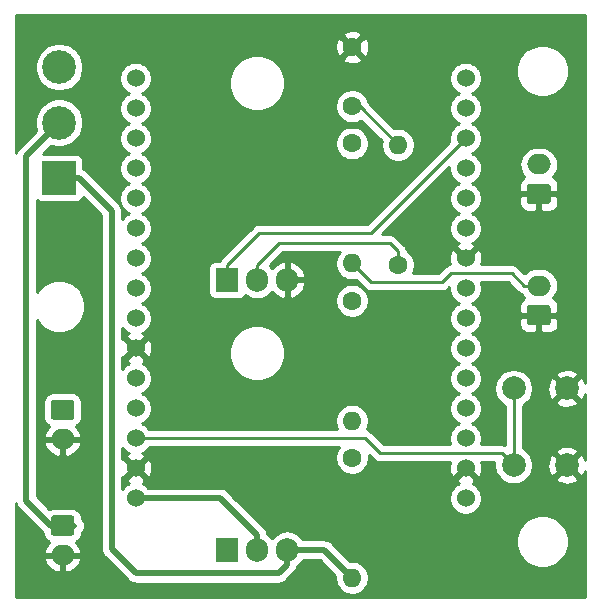
<source format=gbr>
G04 #@! TF.GenerationSoftware,KiCad,Pcbnew,5.1.5+dfsg1-2build2*
G04 #@! TF.CreationDate,2022-01-06T20:40:28+01:00*
G04 #@! TF.ProjectId,Door,446f6f72-2e6b-4696-9361-645f70636258,V1.0*
G04 #@! TF.SameCoordinates,Original*
G04 #@! TF.FileFunction,Copper,L1,Top*
G04 #@! TF.FilePolarity,Positive*
%FSLAX46Y46*%
G04 Gerber Fmt 4.6, Leading zero omitted, Abs format (unit mm)*
G04 Created by KiCad (PCBNEW 5.1.5+dfsg1-2build2) date 2022-01-06 20:40:28*
%MOMM*%
%LPD*%
G04 APERTURE LIST*
%ADD10O,2.000000X1.700000*%
%ADD11C,0.100000*%
%ADD12C,2.000000*%
%ADD13R,2.850000X2.850000*%
%ADD14C,2.850000*%
%ADD15O,1.600000X1.600000*%
%ADD16C,1.600000*%
%ADD17R,1.905000X2.000000*%
%ADD18O,1.905000X2.000000*%
%ADD19C,1.524000*%
%ADD20C,0.500000*%
%ADD21C,0.250000*%
%ADD22C,0.254000*%
G04 APERTURE END LIST*
D10*
X57452000Y-126198000D03*
G04 #@! TA.AperFunction,ComponentPad*
D11*
G36*
X58226504Y-122849204D02*
G01*
X58250773Y-122852804D01*
X58274571Y-122858765D01*
X58297671Y-122867030D01*
X58319849Y-122877520D01*
X58340893Y-122890133D01*
X58360598Y-122904747D01*
X58378777Y-122921223D01*
X58395253Y-122939402D01*
X58409867Y-122959107D01*
X58422480Y-122980151D01*
X58432970Y-123002329D01*
X58441235Y-123025429D01*
X58447196Y-123049227D01*
X58450796Y-123073496D01*
X58452000Y-123098000D01*
X58452000Y-124298000D01*
X58450796Y-124322504D01*
X58447196Y-124346773D01*
X58441235Y-124370571D01*
X58432970Y-124393671D01*
X58422480Y-124415849D01*
X58409867Y-124436893D01*
X58395253Y-124456598D01*
X58378777Y-124474777D01*
X58360598Y-124491253D01*
X58340893Y-124505867D01*
X58319849Y-124518480D01*
X58297671Y-124528970D01*
X58274571Y-124537235D01*
X58250773Y-124543196D01*
X58226504Y-124546796D01*
X58202000Y-124548000D01*
X56702000Y-124548000D01*
X56677496Y-124546796D01*
X56653227Y-124543196D01*
X56629429Y-124537235D01*
X56606329Y-124528970D01*
X56584151Y-124518480D01*
X56563107Y-124505867D01*
X56543402Y-124491253D01*
X56525223Y-124474777D01*
X56508747Y-124456598D01*
X56494133Y-124436893D01*
X56481520Y-124415849D01*
X56471030Y-124393671D01*
X56462765Y-124370571D01*
X56456804Y-124346773D01*
X56453204Y-124322504D01*
X56452000Y-124298000D01*
X56452000Y-123098000D01*
X56453204Y-123073496D01*
X56456804Y-123049227D01*
X56462765Y-123025429D01*
X56471030Y-123002329D01*
X56481520Y-122980151D01*
X56494133Y-122959107D01*
X56508747Y-122939402D01*
X56525223Y-122921223D01*
X56543402Y-122904747D01*
X56563107Y-122890133D01*
X56584151Y-122877520D01*
X56606329Y-122867030D01*
X56629429Y-122858765D01*
X56653227Y-122852804D01*
X56677496Y-122849204D01*
X56702000Y-122848000D01*
X58202000Y-122848000D01*
X58226504Y-122849204D01*
G37*
G04 #@! TD.AperFunction*
D12*
X95631000Y-121897000D03*
X100131000Y-121897000D03*
X95631000Y-128397000D03*
X100131000Y-128397000D03*
D13*
X57152000Y-104089200D03*
D14*
X57152000Y-99389200D03*
X57152000Y-94689200D03*
D15*
X85852000Y-101269800D03*
D16*
X85852000Y-111429800D03*
D17*
X71374000Y-112707000D03*
D18*
X73914000Y-112707000D03*
X76454000Y-112707000D03*
D16*
X81965800Y-101158800D03*
D15*
X81965800Y-111318800D03*
X81965800Y-124628400D03*
D16*
X81965800Y-114468400D03*
D19*
X91565000Y-95631000D03*
X91565000Y-98171000D03*
X91565000Y-100711000D03*
X91565000Y-103251000D03*
X91565000Y-105791000D03*
X91565000Y-108331000D03*
X91565000Y-110871000D03*
X91565000Y-113411000D03*
X91565000Y-115951000D03*
X91565000Y-118491000D03*
X91565000Y-121031000D03*
X91565000Y-123571000D03*
X91565000Y-126111000D03*
X91565000Y-128651000D03*
X91565000Y-131191000D03*
X63625000Y-131191000D03*
X63625000Y-128651000D03*
X63625000Y-126111000D03*
X63625000Y-123571000D03*
X63625000Y-121031000D03*
X63625000Y-118491000D03*
X63625000Y-115951000D03*
X63625000Y-113411000D03*
X63625000Y-110871000D03*
X63625000Y-108331000D03*
X63625000Y-105791000D03*
X63625000Y-103251000D03*
X63625000Y-100711000D03*
X63625000Y-98171000D03*
X63625000Y-95631000D03*
D16*
X81965800Y-127762000D03*
D15*
X81965800Y-137922000D03*
D17*
X71374000Y-135567000D03*
D18*
X73914000Y-135567000D03*
X76454000Y-135567000D03*
D10*
X97762800Y-113197000D03*
G04 #@! TA.AperFunction,ComponentPad*
D11*
G36*
X98537394Y-114848203D02*
G01*
X98561653Y-114851802D01*
X98585442Y-114857761D01*
X98608533Y-114866023D01*
X98630702Y-114876508D01*
X98651737Y-114889116D01*
X98671435Y-114903725D01*
X98689606Y-114920194D01*
X98706075Y-114938365D01*
X98720684Y-114958063D01*
X98733292Y-114979098D01*
X98743777Y-115001267D01*
X98752039Y-115024358D01*
X98757998Y-115048147D01*
X98761597Y-115072406D01*
X98762800Y-115096900D01*
X98762800Y-116297100D01*
X98761597Y-116321594D01*
X98757998Y-116345853D01*
X98752039Y-116369642D01*
X98743777Y-116392733D01*
X98733292Y-116414902D01*
X98720684Y-116435937D01*
X98706075Y-116455635D01*
X98689606Y-116473806D01*
X98671435Y-116490275D01*
X98651737Y-116504884D01*
X98630702Y-116517492D01*
X98608533Y-116527977D01*
X98585442Y-116536239D01*
X98561653Y-116542198D01*
X98537394Y-116545797D01*
X98512900Y-116547000D01*
X97012700Y-116547000D01*
X96988206Y-116545797D01*
X96963947Y-116542198D01*
X96940158Y-116536239D01*
X96917067Y-116527977D01*
X96894898Y-116517492D01*
X96873863Y-116504884D01*
X96854165Y-116490275D01*
X96835994Y-116473806D01*
X96819525Y-116455635D01*
X96804916Y-116435937D01*
X96792308Y-116414902D01*
X96781823Y-116392733D01*
X96773561Y-116369642D01*
X96767602Y-116345853D01*
X96764003Y-116321594D01*
X96762800Y-116297100D01*
X96762800Y-115096900D01*
X96764003Y-115072406D01*
X96767602Y-115048147D01*
X96773561Y-115024358D01*
X96781823Y-115001267D01*
X96792308Y-114979098D01*
X96804916Y-114958063D01*
X96819525Y-114938365D01*
X96835994Y-114920194D01*
X96854165Y-114903725D01*
X96873863Y-114889116D01*
X96894898Y-114876508D01*
X96917067Y-114866023D01*
X96940158Y-114857761D01*
X96963947Y-114851802D01*
X96988206Y-114848203D01*
X97012700Y-114847000D01*
X98512900Y-114847000D01*
X98537394Y-114848203D01*
G37*
G04 #@! TD.AperFunction*
D10*
X97762800Y-102935400D03*
G04 #@! TA.AperFunction,ComponentPad*
D11*
G36*
X98537394Y-104586603D02*
G01*
X98561653Y-104590202D01*
X98585442Y-104596161D01*
X98608533Y-104604423D01*
X98630702Y-104614908D01*
X98651737Y-104627516D01*
X98671435Y-104642125D01*
X98689606Y-104658594D01*
X98706075Y-104676765D01*
X98720684Y-104696463D01*
X98733292Y-104717498D01*
X98743777Y-104739667D01*
X98752039Y-104762758D01*
X98757998Y-104786547D01*
X98761597Y-104810806D01*
X98762800Y-104835300D01*
X98762800Y-106035500D01*
X98761597Y-106059994D01*
X98757998Y-106084253D01*
X98752039Y-106108042D01*
X98743777Y-106131133D01*
X98733292Y-106153302D01*
X98720684Y-106174337D01*
X98706075Y-106194035D01*
X98689606Y-106212206D01*
X98671435Y-106228675D01*
X98651737Y-106243284D01*
X98630702Y-106255892D01*
X98608533Y-106266377D01*
X98585442Y-106274639D01*
X98561653Y-106280598D01*
X98537394Y-106284197D01*
X98512900Y-106285400D01*
X97012700Y-106285400D01*
X96988206Y-106284197D01*
X96963947Y-106280598D01*
X96940158Y-106274639D01*
X96917067Y-106266377D01*
X96894898Y-106255892D01*
X96873863Y-106243284D01*
X96854165Y-106228675D01*
X96835994Y-106212206D01*
X96819525Y-106194035D01*
X96804916Y-106174337D01*
X96792308Y-106153302D01*
X96781823Y-106131133D01*
X96773561Y-106108042D01*
X96767602Y-106084253D01*
X96764003Y-106059994D01*
X96762800Y-106035500D01*
X96762800Y-104835300D01*
X96764003Y-104810806D01*
X96767602Y-104786547D01*
X96773561Y-104762758D01*
X96781823Y-104739667D01*
X96792308Y-104717498D01*
X96804916Y-104696463D01*
X96819525Y-104676765D01*
X96835994Y-104658594D01*
X96854165Y-104642125D01*
X96873863Y-104627516D01*
X96894898Y-104614908D01*
X96917067Y-104604423D01*
X96940158Y-104596161D01*
X96963947Y-104590202D01*
X96988206Y-104586603D01*
X97012700Y-104585400D01*
X98512900Y-104585400D01*
X98537394Y-104586603D01*
G37*
G04 #@! TD.AperFunction*
D16*
X81965800Y-93009200D03*
X81965800Y-98009200D03*
D10*
X57452000Y-136006200D03*
G04 #@! TA.AperFunction,ComponentPad*
D11*
G36*
X58226504Y-132657404D02*
G01*
X58250773Y-132661004D01*
X58274571Y-132666965D01*
X58297671Y-132675230D01*
X58319849Y-132685720D01*
X58340893Y-132698333D01*
X58360598Y-132712947D01*
X58378777Y-132729423D01*
X58395253Y-132747602D01*
X58409867Y-132767307D01*
X58422480Y-132788351D01*
X58432970Y-132810529D01*
X58441235Y-132833629D01*
X58447196Y-132857427D01*
X58450796Y-132881696D01*
X58452000Y-132906200D01*
X58452000Y-134106200D01*
X58450796Y-134130704D01*
X58447196Y-134154973D01*
X58441235Y-134178771D01*
X58432970Y-134201871D01*
X58422480Y-134224049D01*
X58409867Y-134245093D01*
X58395253Y-134264798D01*
X58378777Y-134282977D01*
X58360598Y-134299453D01*
X58340893Y-134314067D01*
X58319849Y-134326680D01*
X58297671Y-134337170D01*
X58274571Y-134345435D01*
X58250773Y-134351396D01*
X58226504Y-134354996D01*
X58202000Y-134356200D01*
X56702000Y-134356200D01*
X56677496Y-134354996D01*
X56653227Y-134351396D01*
X56629429Y-134345435D01*
X56606329Y-134337170D01*
X56584151Y-134326680D01*
X56563107Y-134314067D01*
X56543402Y-134299453D01*
X56525223Y-134282977D01*
X56508747Y-134264798D01*
X56494133Y-134245093D01*
X56481520Y-134224049D01*
X56471030Y-134201871D01*
X56462765Y-134178771D01*
X56456804Y-134154973D01*
X56453204Y-134130704D01*
X56452000Y-134106200D01*
X56452000Y-132906200D01*
X56453204Y-132881696D01*
X56456804Y-132857427D01*
X56462765Y-132833629D01*
X56471030Y-132810529D01*
X56481520Y-132788351D01*
X56494133Y-132767307D01*
X56508747Y-132747602D01*
X56525223Y-132729423D01*
X56543402Y-132712947D01*
X56563107Y-132698333D01*
X56584151Y-132685720D01*
X56606329Y-132675230D01*
X56629429Y-132666965D01*
X56653227Y-132661004D01*
X56677496Y-132657404D01*
X56702000Y-132656200D01*
X58202000Y-132656200D01*
X58226504Y-132657404D01*
G37*
G04 #@! TD.AperFunction*
D20*
X61595000Y-135509000D02*
X63627000Y-137541000D01*
X61595000Y-120952000D02*
X61595000Y-135509000D01*
X75730000Y-137541000D02*
X76454000Y-136817000D01*
X63627000Y-137541000D02*
X75730000Y-137541000D01*
X76454000Y-136817000D02*
X76454000Y-135567000D01*
X79610800Y-135567000D02*
X81965800Y-137922000D01*
X76454000Y-135567000D02*
X79610800Y-135567000D01*
X58827000Y-104089200D02*
X57152000Y-104089200D01*
X61595000Y-106857200D02*
X58827000Y-104089200D01*
X61595000Y-120952000D02*
X61595000Y-106857200D01*
X57452000Y-133506200D02*
X58452000Y-133506200D01*
D21*
X82591400Y-98009200D02*
X81965800Y-98009200D01*
X85852000Y-101269800D02*
X82591400Y-98009200D01*
X91565000Y-100711000D02*
X83564000Y-108712000D01*
X71374000Y-111457000D02*
X71374000Y-112707000D01*
X74119000Y-108712000D02*
X71374000Y-111457000D01*
X83564000Y-108712000D02*
X74119000Y-108712000D01*
D20*
X73914000Y-134317000D02*
X73914000Y-135567000D01*
X70788000Y-131191000D02*
X73914000Y-134317000D01*
X63625000Y-131191000D02*
X70788000Y-131191000D01*
D21*
X81965800Y-111318800D02*
X83550000Y-112903000D01*
X83550000Y-112903000D02*
X89535000Y-112903000D01*
X89535000Y-112903000D02*
X90297000Y-112141000D01*
X96512800Y-113197000D02*
X97762800Y-113197000D01*
X95456800Y-112141000D02*
X96512800Y-113197000D01*
X90297000Y-112141000D02*
X95456800Y-112141000D01*
D20*
X56452000Y-133506200D02*
X54356000Y-131410200D01*
X57452000Y-133506200D02*
X56452000Y-133506200D01*
X54356000Y-102185200D02*
X57152000Y-99389200D01*
X54356000Y-131410200D02*
X54356000Y-102185200D01*
D21*
X85852000Y-110298430D02*
X85154570Y-109601000D01*
X85852000Y-111429800D02*
X85852000Y-110298430D01*
X73914000Y-111457000D02*
X73914000Y-112707000D01*
X75770000Y-109601000D02*
X73914000Y-111457000D01*
X85154570Y-109601000D02*
X75770000Y-109601000D01*
X95631000Y-128397000D02*
X95631000Y-121897000D01*
X94631001Y-127397001D02*
X84344001Y-127397001D01*
X95631000Y-128397000D02*
X94631001Y-127397001D01*
X83058000Y-126111000D02*
X63625000Y-126111000D01*
X84344001Y-127397001D02*
X83058000Y-126111000D01*
D22*
G36*
X101702000Y-94709581D02*
G01*
X101702000Y-94709582D01*
X101702001Y-121437286D01*
X101623795Y-121210912D01*
X101530814Y-121036956D01*
X101266413Y-120941192D01*
X100310605Y-121897000D01*
X101266413Y-122852808D01*
X101530814Y-122757044D01*
X101671704Y-122467429D01*
X101702001Y-122351874D01*
X101702001Y-127937286D01*
X101623795Y-127710912D01*
X101530814Y-127536956D01*
X101266413Y-127441192D01*
X100310605Y-128397000D01*
X101266413Y-129352808D01*
X101530814Y-129257044D01*
X101671704Y-128967429D01*
X101702001Y-128851874D01*
X101702001Y-139548000D01*
X53488000Y-139548000D01*
X53488000Y-136363090D01*
X55860524Y-136363090D01*
X55862446Y-136375461D01*
X55962146Y-136649209D01*
X56113336Y-136898246D01*
X56310205Y-137113002D01*
X56545188Y-137285225D01*
X56809255Y-137408296D01*
X57092258Y-137477485D01*
X57325000Y-137333432D01*
X57325000Y-136133200D01*
X57579000Y-136133200D01*
X57579000Y-137333432D01*
X57811742Y-137477485D01*
X58094745Y-137408296D01*
X58358812Y-137285225D01*
X58593795Y-137113002D01*
X58790664Y-136898246D01*
X58941854Y-136649209D01*
X59041554Y-136375461D01*
X59043476Y-136363090D01*
X58922155Y-136133200D01*
X57579000Y-136133200D01*
X57325000Y-136133200D01*
X55981845Y-136133200D01*
X55860524Y-136363090D01*
X53488000Y-136363090D01*
X53488000Y-131597518D01*
X53534411Y-131750512D01*
X53616589Y-131904258D01*
X53727183Y-132039017D01*
X53760956Y-132066734D01*
X55795470Y-134101249D01*
X55815891Y-134126132D01*
X55830992Y-134279454D01*
X55881528Y-134446050D01*
X55963595Y-134599586D01*
X56074038Y-134734162D01*
X56208614Y-134844605D01*
X56310593Y-134899114D01*
X56310205Y-134899398D01*
X56113336Y-135114154D01*
X55962146Y-135363191D01*
X55862446Y-135636939D01*
X55860524Y-135649310D01*
X55981845Y-135879200D01*
X57325000Y-135879200D01*
X57325000Y-135859200D01*
X57579000Y-135859200D01*
X57579000Y-135879200D01*
X58922155Y-135879200D01*
X59043476Y-135649310D01*
X59041554Y-135636939D01*
X58941854Y-135363191D01*
X58790664Y-135114154D01*
X58593795Y-134899398D01*
X58593407Y-134899114D01*
X58695386Y-134844605D01*
X58829962Y-134734162D01*
X58940405Y-134599586D01*
X59022472Y-134446050D01*
X59073008Y-134279454D01*
X59088109Y-134126132D01*
X59191411Y-134000259D01*
X59273589Y-133846513D01*
X59324195Y-133679690D01*
X59341282Y-133506200D01*
X59324195Y-133332710D01*
X59273589Y-133165887D01*
X59191411Y-133012141D01*
X59088109Y-132886268D01*
X59073008Y-132732946D01*
X59022472Y-132566350D01*
X58940405Y-132412814D01*
X58829962Y-132278238D01*
X58695386Y-132167795D01*
X58541850Y-132085728D01*
X58375254Y-132035192D01*
X58202000Y-132018128D01*
X56702000Y-132018128D01*
X56528746Y-132035192D01*
X56362150Y-132085728D01*
X56310640Y-132113261D01*
X55241000Y-131043622D01*
X55241000Y-126554890D01*
X55860524Y-126554890D01*
X55862446Y-126567261D01*
X55962146Y-126841009D01*
X56113336Y-127090046D01*
X56310205Y-127304802D01*
X56545188Y-127477025D01*
X56809255Y-127600096D01*
X57092258Y-127669285D01*
X57325000Y-127525232D01*
X57325000Y-126325000D01*
X57579000Y-126325000D01*
X57579000Y-127525232D01*
X57811742Y-127669285D01*
X58094745Y-127600096D01*
X58358812Y-127477025D01*
X58593795Y-127304802D01*
X58790664Y-127090046D01*
X58941854Y-126841009D01*
X59041554Y-126567261D01*
X59043476Y-126554890D01*
X58922155Y-126325000D01*
X57579000Y-126325000D01*
X57325000Y-126325000D01*
X55981845Y-126325000D01*
X55860524Y-126554890D01*
X55241000Y-126554890D01*
X55241000Y-123098000D01*
X55813928Y-123098000D01*
X55813928Y-124298000D01*
X55830992Y-124471254D01*
X55881528Y-124637850D01*
X55963595Y-124791386D01*
X56074038Y-124925962D01*
X56208614Y-125036405D01*
X56310593Y-125090914D01*
X56310205Y-125091198D01*
X56113336Y-125305954D01*
X55962146Y-125554991D01*
X55862446Y-125828739D01*
X55860524Y-125841110D01*
X55981845Y-126071000D01*
X57325000Y-126071000D01*
X57325000Y-126051000D01*
X57579000Y-126051000D01*
X57579000Y-126071000D01*
X58922155Y-126071000D01*
X59043476Y-125841110D01*
X59041554Y-125828739D01*
X58941854Y-125554991D01*
X58790664Y-125305954D01*
X58593795Y-125091198D01*
X58593407Y-125090914D01*
X58695386Y-125036405D01*
X58829962Y-124925962D01*
X58940405Y-124791386D01*
X59022472Y-124637850D01*
X59073008Y-124471254D01*
X59090072Y-124298000D01*
X59090072Y-123098000D01*
X59073008Y-122924746D01*
X59022472Y-122758150D01*
X58940405Y-122604614D01*
X58829962Y-122470038D01*
X58695386Y-122359595D01*
X58541850Y-122277528D01*
X58375254Y-122226992D01*
X58202000Y-122209928D01*
X56702000Y-122209928D01*
X56528746Y-122226992D01*
X56362150Y-122277528D01*
X56208614Y-122359595D01*
X56074038Y-122470038D01*
X55963595Y-122604614D01*
X55881528Y-122758150D01*
X55830992Y-122924746D01*
X55813928Y-123098000D01*
X55241000Y-123098000D01*
X55241000Y-116097879D01*
X55415962Y-116359729D01*
X55727271Y-116671038D01*
X56093331Y-116915631D01*
X56500075Y-117084110D01*
X56931872Y-117170000D01*
X57372128Y-117170000D01*
X57803925Y-117084110D01*
X58210669Y-116915631D01*
X58576729Y-116671038D01*
X58888038Y-116359729D01*
X59132631Y-115993669D01*
X59301110Y-115586925D01*
X59387000Y-115155128D01*
X59387000Y-114714872D01*
X59301110Y-114283075D01*
X59132631Y-113876331D01*
X58888038Y-113510271D01*
X58576729Y-113198962D01*
X58210669Y-112954369D01*
X57803925Y-112785890D01*
X57372128Y-112700000D01*
X56931872Y-112700000D01*
X56500075Y-112785890D01*
X56093331Y-112954369D01*
X55727271Y-113198962D01*
X55415962Y-113510271D01*
X55241000Y-113772121D01*
X55241000Y-105922963D01*
X55275815Y-105965385D01*
X55372506Y-106044737D01*
X55482820Y-106103702D01*
X55602518Y-106140012D01*
X55727000Y-106152272D01*
X58577000Y-106152272D01*
X58701482Y-106140012D01*
X58821180Y-106103702D01*
X58931494Y-106044737D01*
X59028185Y-105965385D01*
X59107537Y-105868694D01*
X59166502Y-105758380D01*
X59184679Y-105698458D01*
X60710001Y-107223780D01*
X60710000Y-120908523D01*
X60710000Y-120908524D01*
X60710001Y-135465521D01*
X60705719Y-135509000D01*
X60722805Y-135682490D01*
X60773412Y-135849313D01*
X60855590Y-136003059D01*
X60938468Y-136104046D01*
X60938471Y-136104049D01*
X60966184Y-136137817D01*
X60999951Y-136165529D01*
X62970470Y-138136049D01*
X62998183Y-138169817D01*
X63031951Y-138197530D01*
X63031953Y-138197532D01*
X63103452Y-138256210D01*
X63132941Y-138280411D01*
X63286687Y-138362589D01*
X63402903Y-138397843D01*
X63453509Y-138413195D01*
X63468306Y-138414652D01*
X63583523Y-138426000D01*
X63583531Y-138426000D01*
X63627000Y-138430281D01*
X63670469Y-138426000D01*
X75686531Y-138426000D01*
X75730000Y-138430281D01*
X75773469Y-138426000D01*
X75773477Y-138426000D01*
X75903490Y-138413195D01*
X76070313Y-138362589D01*
X76224059Y-138280411D01*
X76358817Y-138169817D01*
X76386534Y-138136044D01*
X77049050Y-137473529D01*
X77082817Y-137445817D01*
X77147083Y-137367510D01*
X77193411Y-137311059D01*
X77275589Y-137157314D01*
X77326195Y-136990490D01*
X77330576Y-136946008D01*
X77340235Y-136940845D01*
X77581963Y-136742463D01*
X77780345Y-136500734D01*
X77806394Y-136452000D01*
X79244222Y-136452000D01*
X80537783Y-137745561D01*
X80530800Y-137780665D01*
X80530800Y-138063335D01*
X80585947Y-138340574D01*
X80694120Y-138601727D01*
X80851163Y-138836759D01*
X81051041Y-139036637D01*
X81286073Y-139193680D01*
X81547226Y-139301853D01*
X81824465Y-139357000D01*
X82107135Y-139357000D01*
X82384374Y-139301853D01*
X82645527Y-139193680D01*
X82880559Y-139036637D01*
X83080437Y-138836759D01*
X83237480Y-138601727D01*
X83345653Y-138340574D01*
X83400800Y-138063335D01*
X83400800Y-137780665D01*
X83345653Y-137503426D01*
X83237480Y-137242273D01*
X83080437Y-137007241D01*
X82880559Y-136807363D01*
X82645527Y-136650320D01*
X82384374Y-136542147D01*
X82107135Y-136487000D01*
X81824465Y-136487000D01*
X81789361Y-136493983D01*
X80267334Y-134971956D01*
X80239617Y-134938183D01*
X80104859Y-134827589D01*
X79951113Y-134745411D01*
X79784290Y-134694805D01*
X79654277Y-134682000D01*
X79654269Y-134682000D01*
X79610800Y-134677719D01*
X79567331Y-134682000D01*
X77806394Y-134682000D01*
X77780345Y-134633265D01*
X77775920Y-134627872D01*
X95827800Y-134627872D01*
X95827800Y-135068128D01*
X95913690Y-135499925D01*
X96082169Y-135906669D01*
X96326762Y-136272729D01*
X96638071Y-136584038D01*
X97004131Y-136828631D01*
X97410875Y-136997110D01*
X97842672Y-137083000D01*
X98282928Y-137083000D01*
X98714725Y-136997110D01*
X99121469Y-136828631D01*
X99487529Y-136584038D01*
X99798838Y-136272729D01*
X100043431Y-135906669D01*
X100211910Y-135499925D01*
X100297800Y-135068128D01*
X100297800Y-134627872D01*
X100211910Y-134196075D01*
X100043431Y-133789331D01*
X99798838Y-133423271D01*
X99487529Y-133111962D01*
X99121469Y-132867369D01*
X98714725Y-132698890D01*
X98282928Y-132613000D01*
X97842672Y-132613000D01*
X97410875Y-132698890D01*
X97004131Y-132867369D01*
X96638071Y-133111962D01*
X96326762Y-133423271D01*
X96082169Y-133789331D01*
X95913690Y-134196075D01*
X95827800Y-134627872D01*
X77775920Y-134627872D01*
X77581963Y-134391537D01*
X77340234Y-134193155D01*
X77064448Y-134045745D01*
X76765203Y-133954970D01*
X76454000Y-133924319D01*
X76142796Y-133954970D01*
X75843551Y-134045745D01*
X75567765Y-134193155D01*
X75326037Y-134391537D01*
X75184000Y-134564609D01*
X75041963Y-134391537D01*
X74800234Y-134193155D01*
X74790576Y-134187993D01*
X74786195Y-134143510D01*
X74735835Y-133977498D01*
X74735589Y-133976686D01*
X74653411Y-133822941D01*
X74570532Y-133721953D01*
X74570530Y-133721951D01*
X74542817Y-133688183D01*
X74509050Y-133660471D01*
X71901987Y-131053408D01*
X90168000Y-131053408D01*
X90168000Y-131328592D01*
X90221686Y-131598490D01*
X90326995Y-131852727D01*
X90479880Y-132081535D01*
X90674465Y-132276120D01*
X90903273Y-132429005D01*
X91157510Y-132534314D01*
X91427408Y-132588000D01*
X91702592Y-132588000D01*
X91972490Y-132534314D01*
X92226727Y-132429005D01*
X92455535Y-132276120D01*
X92650120Y-132081535D01*
X92803005Y-131852727D01*
X92908314Y-131598490D01*
X92962000Y-131328592D01*
X92962000Y-131053408D01*
X92908314Y-130783510D01*
X92803005Y-130529273D01*
X92650120Y-130300465D01*
X92455535Y-130105880D01*
X92226727Y-129952995D01*
X92155057Y-129923308D01*
X92168023Y-129918636D01*
X92283980Y-129856656D01*
X92350960Y-129616565D01*
X91565000Y-128830605D01*
X90779040Y-129616565D01*
X90846020Y-129856656D01*
X90981760Y-129920485D01*
X90903273Y-129952995D01*
X90674465Y-130105880D01*
X90479880Y-130300465D01*
X90326995Y-130529273D01*
X90221686Y-130783510D01*
X90168000Y-131053408D01*
X71901987Y-131053408D01*
X71444534Y-130595956D01*
X71416817Y-130562183D01*
X71282059Y-130451589D01*
X71128313Y-130369411D01*
X70961490Y-130318805D01*
X70831477Y-130306000D01*
X70831469Y-130306000D01*
X70788000Y-130301719D01*
X70744531Y-130306000D01*
X64713818Y-130306000D01*
X64710120Y-130300465D01*
X64515535Y-130105880D01*
X64286727Y-129952995D01*
X64215057Y-129923308D01*
X64228023Y-129918636D01*
X64343980Y-129856656D01*
X64410960Y-129616565D01*
X63625000Y-128830605D01*
X62839040Y-129616565D01*
X62906020Y-129856656D01*
X63041760Y-129920485D01*
X62963273Y-129952995D01*
X62734465Y-130105880D01*
X62539880Y-130300465D01*
X62480000Y-130390082D01*
X62480000Y-129386902D01*
X62659435Y-129436960D01*
X63445395Y-128651000D01*
X63804605Y-128651000D01*
X64590565Y-129436960D01*
X64830656Y-129369980D01*
X64947756Y-129120952D01*
X65014023Y-128853865D01*
X65026910Y-128578983D01*
X64985922Y-128306867D01*
X64892636Y-128047977D01*
X64830656Y-127932020D01*
X64590565Y-127865040D01*
X63804605Y-128651000D01*
X63445395Y-128651000D01*
X62659435Y-127865040D01*
X62480000Y-127915098D01*
X62480000Y-126911918D01*
X62539880Y-127001535D01*
X62734465Y-127196120D01*
X62963273Y-127349005D01*
X63034943Y-127378692D01*
X63021977Y-127383364D01*
X62906020Y-127445344D01*
X62839040Y-127685435D01*
X63625000Y-128471395D01*
X64410960Y-127685435D01*
X64343980Y-127445344D01*
X64208240Y-127381515D01*
X64286727Y-127349005D01*
X64515535Y-127196120D01*
X64710120Y-127001535D01*
X64797341Y-126871000D01*
X80835288Y-126871000D01*
X80694120Y-127082273D01*
X80585947Y-127343426D01*
X80530800Y-127620665D01*
X80530800Y-127903335D01*
X80585947Y-128180574D01*
X80694120Y-128441727D01*
X80851163Y-128676759D01*
X81051041Y-128876637D01*
X81286073Y-129033680D01*
X81547226Y-129141853D01*
X81824465Y-129197000D01*
X82107135Y-129197000D01*
X82384374Y-129141853D01*
X82645527Y-129033680D01*
X82880559Y-128876637D01*
X83080437Y-128676759D01*
X83237480Y-128441727D01*
X83345653Y-128180574D01*
X83400800Y-127903335D01*
X83400800Y-127620665D01*
X83377940Y-127505742D01*
X83780201Y-127908003D01*
X83804000Y-127937002D01*
X83832998Y-127960800D01*
X83919724Y-128031975D01*
X84051754Y-128102547D01*
X84195015Y-128146004D01*
X84306668Y-128157001D01*
X84306677Y-128157001D01*
X84344000Y-128160677D01*
X84381323Y-128157001D01*
X90253552Y-128157001D01*
X90242244Y-128181048D01*
X90175977Y-128448135D01*
X90163090Y-128723017D01*
X90204078Y-128995133D01*
X90297364Y-129254023D01*
X90359344Y-129369980D01*
X90599435Y-129436960D01*
X91385395Y-128651000D01*
X91371253Y-128636858D01*
X91550858Y-128457253D01*
X91565000Y-128471395D01*
X91579143Y-128457253D01*
X91758748Y-128636858D01*
X91744605Y-128651000D01*
X92530565Y-129436960D01*
X92770656Y-129369980D01*
X92887756Y-129120952D01*
X92954023Y-128853865D01*
X92966910Y-128578983D01*
X92925922Y-128306867D01*
X92871921Y-128157001D01*
X94011707Y-128157001D01*
X93996000Y-128235967D01*
X93996000Y-128558033D01*
X94058832Y-128873912D01*
X94182082Y-129171463D01*
X94361013Y-129439252D01*
X94588748Y-129666987D01*
X94856537Y-129845918D01*
X95154088Y-129969168D01*
X95469967Y-130032000D01*
X95792033Y-130032000D01*
X96107912Y-129969168D01*
X96405463Y-129845918D01*
X96673252Y-129666987D01*
X96807826Y-129532413D01*
X99175192Y-129532413D01*
X99270956Y-129796814D01*
X99560571Y-129937704D01*
X99872108Y-130019384D01*
X100193595Y-130038718D01*
X100512675Y-129994961D01*
X100817088Y-129889795D01*
X100991044Y-129796814D01*
X101086808Y-129532413D01*
X100131000Y-128576605D01*
X99175192Y-129532413D01*
X96807826Y-129532413D01*
X96900987Y-129439252D01*
X97079918Y-129171463D01*
X97203168Y-128873912D01*
X97266000Y-128558033D01*
X97266000Y-128459595D01*
X98489282Y-128459595D01*
X98533039Y-128778675D01*
X98638205Y-129083088D01*
X98731186Y-129257044D01*
X98995587Y-129352808D01*
X99951395Y-128397000D01*
X98995587Y-127441192D01*
X98731186Y-127536956D01*
X98590296Y-127826571D01*
X98508616Y-128138108D01*
X98489282Y-128459595D01*
X97266000Y-128459595D01*
X97266000Y-128235967D01*
X97203168Y-127920088D01*
X97079918Y-127622537D01*
X96900987Y-127354748D01*
X96807826Y-127261587D01*
X99175192Y-127261587D01*
X100131000Y-128217395D01*
X101086808Y-127261587D01*
X100991044Y-126997186D01*
X100701429Y-126856296D01*
X100389892Y-126774616D01*
X100068405Y-126755282D01*
X99749325Y-126799039D01*
X99444912Y-126904205D01*
X99270956Y-126997186D01*
X99175192Y-127261587D01*
X96807826Y-127261587D01*
X96673252Y-127127013D01*
X96405463Y-126948082D01*
X96391000Y-126942091D01*
X96391000Y-123351909D01*
X96405463Y-123345918D01*
X96673252Y-123166987D01*
X96807826Y-123032413D01*
X99175192Y-123032413D01*
X99270956Y-123296814D01*
X99560571Y-123437704D01*
X99872108Y-123519384D01*
X100193595Y-123538718D01*
X100512675Y-123494961D01*
X100817088Y-123389795D01*
X100991044Y-123296814D01*
X101086808Y-123032413D01*
X100131000Y-122076605D01*
X99175192Y-123032413D01*
X96807826Y-123032413D01*
X96900987Y-122939252D01*
X97079918Y-122671463D01*
X97203168Y-122373912D01*
X97266000Y-122058033D01*
X97266000Y-121959595D01*
X98489282Y-121959595D01*
X98533039Y-122278675D01*
X98638205Y-122583088D01*
X98731186Y-122757044D01*
X98995587Y-122852808D01*
X99951395Y-121897000D01*
X98995587Y-120941192D01*
X98731186Y-121036956D01*
X98590296Y-121326571D01*
X98508616Y-121638108D01*
X98489282Y-121959595D01*
X97266000Y-121959595D01*
X97266000Y-121735967D01*
X97203168Y-121420088D01*
X97079918Y-121122537D01*
X96900987Y-120854748D01*
X96807826Y-120761587D01*
X99175192Y-120761587D01*
X100131000Y-121717395D01*
X101086808Y-120761587D01*
X100991044Y-120497186D01*
X100701429Y-120356296D01*
X100389892Y-120274616D01*
X100068405Y-120255282D01*
X99749325Y-120299039D01*
X99444912Y-120404205D01*
X99270956Y-120497186D01*
X99175192Y-120761587D01*
X96807826Y-120761587D01*
X96673252Y-120627013D01*
X96405463Y-120448082D01*
X96107912Y-120324832D01*
X95792033Y-120262000D01*
X95469967Y-120262000D01*
X95154088Y-120324832D01*
X94856537Y-120448082D01*
X94588748Y-120627013D01*
X94361013Y-120854748D01*
X94182082Y-121122537D01*
X94058832Y-121420088D01*
X93996000Y-121735967D01*
X93996000Y-122058033D01*
X94058832Y-122373912D01*
X94182082Y-122671463D01*
X94361013Y-122939252D01*
X94588748Y-123166987D01*
X94856537Y-123345918D01*
X94871001Y-123351909D01*
X94871000Y-126675606D01*
X94779987Y-126647998D01*
X94668334Y-126637001D01*
X94668323Y-126637001D01*
X94631001Y-126633325D01*
X94593679Y-126637001D01*
X92859225Y-126637001D01*
X92908314Y-126518490D01*
X92962000Y-126248592D01*
X92962000Y-125973408D01*
X92908314Y-125703510D01*
X92803005Y-125449273D01*
X92650120Y-125220465D01*
X92455535Y-125025880D01*
X92226727Y-124872995D01*
X92149485Y-124841000D01*
X92226727Y-124809005D01*
X92455535Y-124656120D01*
X92650120Y-124461535D01*
X92803005Y-124232727D01*
X92908314Y-123978490D01*
X92962000Y-123708592D01*
X92962000Y-123433408D01*
X92908314Y-123163510D01*
X92803005Y-122909273D01*
X92650120Y-122680465D01*
X92455535Y-122485880D01*
X92226727Y-122332995D01*
X92149485Y-122301000D01*
X92226727Y-122269005D01*
X92455535Y-122116120D01*
X92650120Y-121921535D01*
X92803005Y-121692727D01*
X92908314Y-121438490D01*
X92962000Y-121168592D01*
X92962000Y-120893408D01*
X92908314Y-120623510D01*
X92803005Y-120369273D01*
X92650120Y-120140465D01*
X92455535Y-119945880D01*
X92226727Y-119792995D01*
X92149485Y-119761000D01*
X92226727Y-119729005D01*
X92455535Y-119576120D01*
X92650120Y-119381535D01*
X92803005Y-119152727D01*
X92908314Y-118898490D01*
X92962000Y-118628592D01*
X92962000Y-118353408D01*
X92908314Y-118083510D01*
X92803005Y-117829273D01*
X92650120Y-117600465D01*
X92455535Y-117405880D01*
X92226727Y-117252995D01*
X92149485Y-117221000D01*
X92226727Y-117189005D01*
X92455535Y-117036120D01*
X92650120Y-116841535D01*
X92803005Y-116612727D01*
X92830230Y-116547000D01*
X96124728Y-116547000D01*
X96136988Y-116671482D01*
X96173298Y-116791180D01*
X96232263Y-116901494D01*
X96311615Y-116998185D01*
X96408306Y-117077537D01*
X96518620Y-117136502D01*
X96638318Y-117172812D01*
X96762800Y-117185072D01*
X97477050Y-117182000D01*
X97635800Y-117023250D01*
X97635800Y-115824000D01*
X97889800Y-115824000D01*
X97889800Y-117023250D01*
X98048550Y-117182000D01*
X98762800Y-117185072D01*
X98887282Y-117172812D01*
X99006980Y-117136502D01*
X99117294Y-117077537D01*
X99213985Y-116998185D01*
X99293337Y-116901494D01*
X99352302Y-116791180D01*
X99388612Y-116671482D01*
X99400872Y-116547000D01*
X99397800Y-115982750D01*
X99239050Y-115824000D01*
X97889800Y-115824000D01*
X97635800Y-115824000D01*
X96286550Y-115824000D01*
X96127800Y-115982750D01*
X96124728Y-116547000D01*
X92830230Y-116547000D01*
X92908314Y-116358490D01*
X92962000Y-116088592D01*
X92962000Y-115813408D01*
X92908314Y-115543510D01*
X92803005Y-115289273D01*
X92650120Y-115060465D01*
X92455535Y-114865880D01*
X92226727Y-114712995D01*
X92149485Y-114681000D01*
X92226727Y-114649005D01*
X92455535Y-114496120D01*
X92650120Y-114301535D01*
X92803005Y-114072727D01*
X92908314Y-113818490D01*
X92962000Y-113548592D01*
X92962000Y-113273408D01*
X92908314Y-113003510D01*
X92865853Y-112901000D01*
X95141999Y-112901000D01*
X95949001Y-113708003D01*
X95972799Y-113737001D01*
X96001797Y-113760799D01*
X96088524Y-113831974D01*
X96220553Y-113902546D01*
X96322654Y-113933517D01*
X96372094Y-114026014D01*
X96553408Y-114246945D01*
X96518620Y-114257498D01*
X96408306Y-114316463D01*
X96311615Y-114395815D01*
X96232263Y-114492506D01*
X96173298Y-114602820D01*
X96136988Y-114722518D01*
X96124728Y-114847000D01*
X96127800Y-115411250D01*
X96286550Y-115570000D01*
X97635800Y-115570000D01*
X97635800Y-115550000D01*
X97889800Y-115550000D01*
X97889800Y-115570000D01*
X99239050Y-115570000D01*
X99397800Y-115411250D01*
X99400872Y-114847000D01*
X99388612Y-114722518D01*
X99352302Y-114602820D01*
X99293337Y-114492506D01*
X99213985Y-114395815D01*
X99117294Y-114316463D01*
X99006980Y-114257498D01*
X98972192Y-114246945D01*
X99153506Y-114026014D01*
X99291399Y-113768034D01*
X99376313Y-113488111D01*
X99404985Y-113197000D01*
X99376313Y-112905889D01*
X99291399Y-112625966D01*
X99153506Y-112367986D01*
X98967934Y-112141866D01*
X98741814Y-111956294D01*
X98483834Y-111818401D01*
X98203911Y-111733487D01*
X97985750Y-111712000D01*
X97539850Y-111712000D01*
X97321689Y-111733487D01*
X97041766Y-111818401D01*
X96783786Y-111956294D01*
X96557666Y-112141866D01*
X96546308Y-112155706D01*
X96020604Y-111630002D01*
X95996801Y-111600999D01*
X95881076Y-111506026D01*
X95749047Y-111435454D01*
X95605786Y-111391997D01*
X95494133Y-111381000D01*
X95494122Y-111381000D01*
X95456800Y-111377324D01*
X95419478Y-111381000D01*
X92868924Y-111381000D01*
X92887756Y-111340952D01*
X92954023Y-111073865D01*
X92966910Y-110798983D01*
X92925922Y-110526867D01*
X92832636Y-110267977D01*
X92770656Y-110152020D01*
X92530565Y-110085040D01*
X91744605Y-110871000D01*
X91758748Y-110885143D01*
X91579143Y-111064748D01*
X91565000Y-111050605D01*
X91550858Y-111064748D01*
X91371253Y-110885143D01*
X91385395Y-110871000D01*
X90599435Y-110085040D01*
X90359344Y-110152020D01*
X90242244Y-110401048D01*
X90175977Y-110668135D01*
X90163090Y-110943017D01*
X90204078Y-111215133D01*
X90263702Y-111380603D01*
X90259675Y-111381000D01*
X90259667Y-111381000D01*
X90148014Y-111391997D01*
X90004753Y-111435454D01*
X89872724Y-111506026D01*
X89756999Y-111600999D01*
X89733201Y-111629998D01*
X89220199Y-112143000D01*
X87101314Y-112143000D01*
X87123680Y-112109527D01*
X87231853Y-111848374D01*
X87287000Y-111571135D01*
X87287000Y-111288465D01*
X87231853Y-111011226D01*
X87123680Y-110750073D01*
X86966637Y-110515041D01*
X86766759Y-110315163D01*
X86606798Y-110208281D01*
X86601003Y-110149444D01*
X86557546Y-110006183D01*
X86521607Y-109938947D01*
X86486974Y-109874153D01*
X86415799Y-109787427D01*
X86392001Y-109758429D01*
X86363002Y-109734631D01*
X85718373Y-109090002D01*
X85694571Y-109060999D01*
X85578846Y-108966026D01*
X85446817Y-108895454D01*
X85303556Y-108851997D01*
X85191903Y-108841000D01*
X85191892Y-108841000D01*
X85154570Y-108837324D01*
X85117248Y-108841000D01*
X84509801Y-108841000D01*
X90168000Y-103182802D01*
X90168000Y-103388592D01*
X90221686Y-103658490D01*
X90326995Y-103912727D01*
X90479880Y-104141535D01*
X90674465Y-104336120D01*
X90903273Y-104489005D01*
X90980515Y-104521000D01*
X90903273Y-104552995D01*
X90674465Y-104705880D01*
X90479880Y-104900465D01*
X90326995Y-105129273D01*
X90221686Y-105383510D01*
X90168000Y-105653408D01*
X90168000Y-105928592D01*
X90221686Y-106198490D01*
X90326995Y-106452727D01*
X90479880Y-106681535D01*
X90674465Y-106876120D01*
X90903273Y-107029005D01*
X90980515Y-107061000D01*
X90903273Y-107092995D01*
X90674465Y-107245880D01*
X90479880Y-107440465D01*
X90326995Y-107669273D01*
X90221686Y-107923510D01*
X90168000Y-108193408D01*
X90168000Y-108468592D01*
X90221686Y-108738490D01*
X90326995Y-108992727D01*
X90479880Y-109221535D01*
X90674465Y-109416120D01*
X90903273Y-109569005D01*
X90974943Y-109598692D01*
X90961977Y-109603364D01*
X90846020Y-109665344D01*
X90779040Y-109905435D01*
X91565000Y-110691395D01*
X92350960Y-109905435D01*
X92283980Y-109665344D01*
X92148240Y-109601515D01*
X92226727Y-109569005D01*
X92455535Y-109416120D01*
X92650120Y-109221535D01*
X92803005Y-108992727D01*
X92908314Y-108738490D01*
X92962000Y-108468592D01*
X92962000Y-108193408D01*
X92908314Y-107923510D01*
X92803005Y-107669273D01*
X92650120Y-107440465D01*
X92455535Y-107245880D01*
X92226727Y-107092995D01*
X92149485Y-107061000D01*
X92226727Y-107029005D01*
X92455535Y-106876120D01*
X92650120Y-106681535D01*
X92803005Y-106452727D01*
X92872314Y-106285400D01*
X96124728Y-106285400D01*
X96136988Y-106409882D01*
X96173298Y-106529580D01*
X96232263Y-106639894D01*
X96311615Y-106736585D01*
X96408306Y-106815937D01*
X96518620Y-106874902D01*
X96638318Y-106911212D01*
X96762800Y-106923472D01*
X97477050Y-106920400D01*
X97635800Y-106761650D01*
X97635800Y-105562400D01*
X97889800Y-105562400D01*
X97889800Y-106761650D01*
X98048550Y-106920400D01*
X98762800Y-106923472D01*
X98887282Y-106911212D01*
X99006980Y-106874902D01*
X99117294Y-106815937D01*
X99213985Y-106736585D01*
X99293337Y-106639894D01*
X99352302Y-106529580D01*
X99388612Y-106409882D01*
X99400872Y-106285400D01*
X99397800Y-105721150D01*
X99239050Y-105562400D01*
X97889800Y-105562400D01*
X97635800Y-105562400D01*
X96286550Y-105562400D01*
X96127800Y-105721150D01*
X96124728Y-106285400D01*
X92872314Y-106285400D01*
X92908314Y-106198490D01*
X92962000Y-105928592D01*
X92962000Y-105653408D01*
X92908314Y-105383510D01*
X92803005Y-105129273D01*
X92650120Y-104900465D01*
X92455535Y-104705880D01*
X92226727Y-104552995D01*
X92149485Y-104521000D01*
X92226727Y-104489005D01*
X92455535Y-104336120D01*
X92650120Y-104141535D01*
X92803005Y-103912727D01*
X92908314Y-103658490D01*
X92962000Y-103388592D01*
X92962000Y-103113408D01*
X92926593Y-102935400D01*
X96120615Y-102935400D01*
X96149287Y-103226511D01*
X96234201Y-103506434D01*
X96372094Y-103764414D01*
X96553408Y-103985345D01*
X96518620Y-103995898D01*
X96408306Y-104054863D01*
X96311615Y-104134215D01*
X96232263Y-104230906D01*
X96173298Y-104341220D01*
X96136988Y-104460918D01*
X96124728Y-104585400D01*
X96127800Y-105149650D01*
X96286550Y-105308400D01*
X97635800Y-105308400D01*
X97635800Y-105288400D01*
X97889800Y-105288400D01*
X97889800Y-105308400D01*
X99239050Y-105308400D01*
X99397800Y-105149650D01*
X99400872Y-104585400D01*
X99388612Y-104460918D01*
X99352302Y-104341220D01*
X99293337Y-104230906D01*
X99213985Y-104134215D01*
X99117294Y-104054863D01*
X99006980Y-103995898D01*
X98972192Y-103985345D01*
X99153506Y-103764414D01*
X99291399Y-103506434D01*
X99376313Y-103226511D01*
X99404985Y-102935400D01*
X99376313Y-102644289D01*
X99291399Y-102364366D01*
X99153506Y-102106386D01*
X98967934Y-101880266D01*
X98741814Y-101694694D01*
X98483834Y-101556801D01*
X98203911Y-101471887D01*
X97985750Y-101450400D01*
X97539850Y-101450400D01*
X97321689Y-101471887D01*
X97041766Y-101556801D01*
X96783786Y-101694694D01*
X96557666Y-101880266D01*
X96372094Y-102106386D01*
X96234201Y-102364366D01*
X96149287Y-102644289D01*
X96120615Y-102935400D01*
X92926593Y-102935400D01*
X92908314Y-102843510D01*
X92803005Y-102589273D01*
X92650120Y-102360465D01*
X92455535Y-102165880D01*
X92226727Y-102012995D01*
X92149485Y-101981000D01*
X92226727Y-101949005D01*
X92455535Y-101796120D01*
X92650120Y-101601535D01*
X92803005Y-101372727D01*
X92908314Y-101118490D01*
X92962000Y-100848592D01*
X92962000Y-100573408D01*
X92908314Y-100303510D01*
X92803005Y-100049273D01*
X92650120Y-99820465D01*
X92455535Y-99625880D01*
X92226727Y-99472995D01*
X92149485Y-99441000D01*
X92226727Y-99409005D01*
X92455535Y-99256120D01*
X92650120Y-99061535D01*
X92803005Y-98832727D01*
X92908314Y-98578490D01*
X92962000Y-98308592D01*
X92962000Y-98033408D01*
X92908314Y-97763510D01*
X92803005Y-97509273D01*
X92650120Y-97280465D01*
X92455535Y-97085880D01*
X92226727Y-96932995D01*
X92149485Y-96901000D01*
X92226727Y-96869005D01*
X92455535Y-96716120D01*
X92650120Y-96521535D01*
X92803005Y-96292727D01*
X92908314Y-96038490D01*
X92962000Y-95768592D01*
X92962000Y-95493408D01*
X92908314Y-95223510D01*
X92803005Y-94969273D01*
X92690483Y-94800872D01*
X95827800Y-94800872D01*
X95827800Y-95241128D01*
X95913690Y-95672925D01*
X96082169Y-96079669D01*
X96326762Y-96445729D01*
X96638071Y-96757038D01*
X97004131Y-97001631D01*
X97410875Y-97170110D01*
X97842672Y-97256000D01*
X98282928Y-97256000D01*
X98714725Y-97170110D01*
X99121469Y-97001631D01*
X99487529Y-96757038D01*
X99798838Y-96445729D01*
X100043431Y-96079669D01*
X100211910Y-95672925D01*
X100297800Y-95241128D01*
X100297800Y-94800872D01*
X100211910Y-94369075D01*
X100043431Y-93962331D01*
X99798838Y-93596271D01*
X99487529Y-93284962D01*
X99121469Y-93040369D01*
X98714725Y-92871890D01*
X98282928Y-92786000D01*
X97842672Y-92786000D01*
X97410875Y-92871890D01*
X97004131Y-93040369D01*
X96638071Y-93284962D01*
X96326762Y-93596271D01*
X96082169Y-93962331D01*
X95913690Y-94369075D01*
X95827800Y-94800872D01*
X92690483Y-94800872D01*
X92650120Y-94740465D01*
X92455535Y-94545880D01*
X92226727Y-94392995D01*
X91972490Y-94287686D01*
X91702592Y-94234000D01*
X91427408Y-94234000D01*
X91157510Y-94287686D01*
X90903273Y-94392995D01*
X90674465Y-94545880D01*
X90479880Y-94740465D01*
X90326995Y-94969273D01*
X90221686Y-95223510D01*
X90168000Y-95493408D01*
X90168000Y-95768592D01*
X90221686Y-96038490D01*
X90326995Y-96292727D01*
X90479880Y-96521535D01*
X90674465Y-96716120D01*
X90903273Y-96869005D01*
X90980515Y-96901000D01*
X90903273Y-96932995D01*
X90674465Y-97085880D01*
X90479880Y-97280465D01*
X90326995Y-97509273D01*
X90221686Y-97763510D01*
X90168000Y-98033408D01*
X90168000Y-98308592D01*
X90221686Y-98578490D01*
X90326995Y-98832727D01*
X90479880Y-99061535D01*
X90674465Y-99256120D01*
X90903273Y-99409005D01*
X90980515Y-99441000D01*
X90903273Y-99472995D01*
X90674465Y-99625880D01*
X90479880Y-99820465D01*
X90326995Y-100049273D01*
X90221686Y-100303510D01*
X90168000Y-100573408D01*
X90168000Y-100848592D01*
X90198628Y-101002570D01*
X83249199Y-107952000D01*
X74156322Y-107952000D01*
X74118999Y-107948324D01*
X74081676Y-107952000D01*
X74081667Y-107952000D01*
X73970014Y-107962997D01*
X73826753Y-108006454D01*
X73694724Y-108077026D01*
X73578999Y-108171999D01*
X73555201Y-108200997D01*
X70863003Y-110893196D01*
X70833999Y-110916999D01*
X70778871Y-110984174D01*
X70739026Y-111032724D01*
X70719674Y-111068928D01*
X70421500Y-111068928D01*
X70297018Y-111081188D01*
X70177320Y-111117498D01*
X70067006Y-111176463D01*
X69970315Y-111255815D01*
X69890963Y-111352506D01*
X69831998Y-111462820D01*
X69795688Y-111582518D01*
X69783428Y-111707000D01*
X69783428Y-113707000D01*
X69795688Y-113831482D01*
X69831998Y-113951180D01*
X69890963Y-114061494D01*
X69970315Y-114158185D01*
X70067006Y-114237537D01*
X70177320Y-114296502D01*
X70297018Y-114332812D01*
X70421500Y-114345072D01*
X72326500Y-114345072D01*
X72450982Y-114332812D01*
X72570680Y-114296502D01*
X72680994Y-114237537D01*
X72777685Y-114158185D01*
X72857037Y-114061494D01*
X72901905Y-113977553D01*
X73027766Y-114080845D01*
X73303552Y-114228255D01*
X73602797Y-114319030D01*
X73914000Y-114349681D01*
X74143623Y-114327065D01*
X80530800Y-114327065D01*
X80530800Y-114609735D01*
X80585947Y-114886974D01*
X80694120Y-115148127D01*
X80851163Y-115383159D01*
X81051041Y-115583037D01*
X81286073Y-115740080D01*
X81547226Y-115848253D01*
X81824465Y-115903400D01*
X82107135Y-115903400D01*
X82384374Y-115848253D01*
X82645527Y-115740080D01*
X82880559Y-115583037D01*
X83080437Y-115383159D01*
X83237480Y-115148127D01*
X83345653Y-114886974D01*
X83400800Y-114609735D01*
X83400800Y-114327065D01*
X83345653Y-114049826D01*
X83237480Y-113788673D01*
X83080437Y-113553641D01*
X82880559Y-113353763D01*
X82645527Y-113196720D01*
X82384374Y-113088547D01*
X82107135Y-113033400D01*
X81824465Y-113033400D01*
X81547226Y-113088547D01*
X81286073Y-113196720D01*
X81051041Y-113353763D01*
X80851163Y-113553641D01*
X80694120Y-113788673D01*
X80585947Y-114049826D01*
X80530800Y-114327065D01*
X74143623Y-114327065D01*
X74225204Y-114319030D01*
X74524449Y-114228255D01*
X74800235Y-114080845D01*
X75041963Y-113882463D01*
X75189162Y-113703100D01*
X75344563Y-113888315D01*
X75587077Y-114082969D01*
X75862906Y-114226571D01*
X76081020Y-114297563D01*
X76327000Y-114177594D01*
X76327000Y-112834000D01*
X76581000Y-112834000D01*
X76581000Y-114177594D01*
X76826980Y-114297563D01*
X77045094Y-114226571D01*
X77320923Y-114082969D01*
X77563437Y-113888315D01*
X77763316Y-113650089D01*
X77912879Y-113377446D01*
X78006378Y-113080863D01*
X77879570Y-112834000D01*
X76581000Y-112834000D01*
X76327000Y-112834000D01*
X76307000Y-112834000D01*
X76307000Y-112580000D01*
X76327000Y-112580000D01*
X76327000Y-111236406D01*
X76581000Y-111236406D01*
X76581000Y-112580000D01*
X77879570Y-112580000D01*
X78006378Y-112333137D01*
X77912879Y-112036554D01*
X77763316Y-111763911D01*
X77563437Y-111525685D01*
X77320923Y-111331031D01*
X77045094Y-111187429D01*
X76826980Y-111116437D01*
X76581000Y-111236406D01*
X76327000Y-111236406D01*
X76081020Y-111116437D01*
X75862906Y-111187429D01*
X75587077Y-111331031D01*
X75344563Y-111525685D01*
X75189163Y-111710899D01*
X75041963Y-111531537D01*
X74971825Y-111473976D01*
X76084802Y-110361000D01*
X80894204Y-110361000D01*
X80851163Y-110404041D01*
X80694120Y-110639073D01*
X80585947Y-110900226D01*
X80530800Y-111177465D01*
X80530800Y-111460135D01*
X80585947Y-111737374D01*
X80694120Y-111998527D01*
X80851163Y-112233559D01*
X81051041Y-112433437D01*
X81286073Y-112590480D01*
X81547226Y-112698653D01*
X81824465Y-112753800D01*
X82107135Y-112753800D01*
X82289686Y-112717488D01*
X82986201Y-113414003D01*
X83009999Y-113443001D01*
X83038997Y-113466799D01*
X83125723Y-113537974D01*
X83155034Y-113553641D01*
X83257753Y-113608546D01*
X83401014Y-113652003D01*
X83512667Y-113663000D01*
X83512676Y-113663000D01*
X83549999Y-113666676D01*
X83587322Y-113663000D01*
X89497678Y-113663000D01*
X89535000Y-113666676D01*
X89572322Y-113663000D01*
X89572333Y-113663000D01*
X89683986Y-113652003D01*
X89827247Y-113608546D01*
X89959276Y-113537974D01*
X90075001Y-113443001D01*
X90098803Y-113413998D01*
X90168000Y-113344801D01*
X90168000Y-113548592D01*
X90221686Y-113818490D01*
X90326995Y-114072727D01*
X90479880Y-114301535D01*
X90674465Y-114496120D01*
X90903273Y-114649005D01*
X90980515Y-114681000D01*
X90903273Y-114712995D01*
X90674465Y-114865880D01*
X90479880Y-115060465D01*
X90326995Y-115289273D01*
X90221686Y-115543510D01*
X90168000Y-115813408D01*
X90168000Y-116088592D01*
X90221686Y-116358490D01*
X90326995Y-116612727D01*
X90479880Y-116841535D01*
X90674465Y-117036120D01*
X90903273Y-117189005D01*
X90980515Y-117221000D01*
X90903273Y-117252995D01*
X90674465Y-117405880D01*
X90479880Y-117600465D01*
X90326995Y-117829273D01*
X90221686Y-118083510D01*
X90168000Y-118353408D01*
X90168000Y-118628592D01*
X90221686Y-118898490D01*
X90326995Y-119152727D01*
X90479880Y-119381535D01*
X90674465Y-119576120D01*
X90903273Y-119729005D01*
X90980515Y-119761000D01*
X90903273Y-119792995D01*
X90674465Y-119945880D01*
X90479880Y-120140465D01*
X90326995Y-120369273D01*
X90221686Y-120623510D01*
X90168000Y-120893408D01*
X90168000Y-121168592D01*
X90221686Y-121438490D01*
X90326995Y-121692727D01*
X90479880Y-121921535D01*
X90674465Y-122116120D01*
X90903273Y-122269005D01*
X90980515Y-122301000D01*
X90903273Y-122332995D01*
X90674465Y-122485880D01*
X90479880Y-122680465D01*
X90326995Y-122909273D01*
X90221686Y-123163510D01*
X90168000Y-123433408D01*
X90168000Y-123708592D01*
X90221686Y-123978490D01*
X90326995Y-124232727D01*
X90479880Y-124461535D01*
X90674465Y-124656120D01*
X90903273Y-124809005D01*
X90980515Y-124841000D01*
X90903273Y-124872995D01*
X90674465Y-125025880D01*
X90479880Y-125220465D01*
X90326995Y-125449273D01*
X90221686Y-125703510D01*
X90168000Y-125973408D01*
X90168000Y-126248592D01*
X90221686Y-126518490D01*
X90270775Y-126637001D01*
X84658803Y-126637001D01*
X83621804Y-125600003D01*
X83598001Y-125570999D01*
X83482276Y-125476026D01*
X83350247Y-125405454D01*
X83206986Y-125361997D01*
X83201825Y-125361489D01*
X83237480Y-125308127D01*
X83345653Y-125046974D01*
X83400800Y-124769735D01*
X83400800Y-124487065D01*
X83345653Y-124209826D01*
X83237480Y-123948673D01*
X83080437Y-123713641D01*
X82880559Y-123513763D01*
X82645527Y-123356720D01*
X82384374Y-123248547D01*
X82107135Y-123193400D01*
X81824465Y-123193400D01*
X81547226Y-123248547D01*
X81286073Y-123356720D01*
X81051041Y-123513763D01*
X80851163Y-123713641D01*
X80694120Y-123948673D01*
X80585947Y-124209826D01*
X80530800Y-124487065D01*
X80530800Y-124769735D01*
X80585947Y-125046974D01*
X80694120Y-125308127D01*
X80722767Y-125351000D01*
X64797341Y-125351000D01*
X64710120Y-125220465D01*
X64515535Y-125025880D01*
X64286727Y-124872995D01*
X64209485Y-124841000D01*
X64286727Y-124809005D01*
X64515535Y-124656120D01*
X64710120Y-124461535D01*
X64863005Y-124232727D01*
X64968314Y-123978490D01*
X65022000Y-123708592D01*
X65022000Y-123433408D01*
X64968314Y-123163510D01*
X64863005Y-122909273D01*
X64710120Y-122680465D01*
X64515535Y-122485880D01*
X64286727Y-122332995D01*
X64209485Y-122301000D01*
X64286727Y-122269005D01*
X64515535Y-122116120D01*
X64710120Y-121921535D01*
X64863005Y-121692727D01*
X64968314Y-121438490D01*
X65022000Y-121168592D01*
X65022000Y-120893408D01*
X64968314Y-120623510D01*
X64863005Y-120369273D01*
X64710120Y-120140465D01*
X64515535Y-119945880D01*
X64286727Y-119792995D01*
X64215057Y-119763308D01*
X64228023Y-119758636D01*
X64343980Y-119696656D01*
X64410960Y-119456565D01*
X63625000Y-118670605D01*
X62839040Y-119456565D01*
X62906020Y-119696656D01*
X63041760Y-119760485D01*
X62963273Y-119792995D01*
X62734465Y-119945880D01*
X62539880Y-120140465D01*
X62480000Y-120230082D01*
X62480000Y-119226902D01*
X62659435Y-119276960D01*
X63445395Y-118491000D01*
X63804605Y-118491000D01*
X64590565Y-119276960D01*
X64830656Y-119209980D01*
X64947756Y-118960952D01*
X65014023Y-118693865D01*
X65015043Y-118672098D01*
X71529000Y-118672098D01*
X71529000Y-119141902D01*
X71620654Y-119602679D01*
X71800440Y-120036721D01*
X72061450Y-120427349D01*
X72393651Y-120759550D01*
X72784279Y-121020560D01*
X73218321Y-121200346D01*
X73679098Y-121292000D01*
X74148902Y-121292000D01*
X74609679Y-121200346D01*
X75043721Y-121020560D01*
X75434349Y-120759550D01*
X75766550Y-120427349D01*
X76027560Y-120036721D01*
X76207346Y-119602679D01*
X76299000Y-119141902D01*
X76299000Y-118672098D01*
X76207346Y-118211321D01*
X76027560Y-117777279D01*
X75766550Y-117386651D01*
X75434349Y-117054450D01*
X75043721Y-116793440D01*
X74609679Y-116613654D01*
X74148902Y-116522000D01*
X73679098Y-116522000D01*
X73218321Y-116613654D01*
X72784279Y-116793440D01*
X72393651Y-117054450D01*
X72061450Y-117386651D01*
X71800440Y-117777279D01*
X71620654Y-118211321D01*
X71529000Y-118672098D01*
X65015043Y-118672098D01*
X65026910Y-118418983D01*
X64985922Y-118146867D01*
X64892636Y-117887977D01*
X64830656Y-117772020D01*
X64590565Y-117705040D01*
X63804605Y-118491000D01*
X63445395Y-118491000D01*
X62659435Y-117705040D01*
X62480000Y-117755098D01*
X62480000Y-116751918D01*
X62539880Y-116841535D01*
X62734465Y-117036120D01*
X62963273Y-117189005D01*
X63034943Y-117218692D01*
X63021977Y-117223364D01*
X62906020Y-117285344D01*
X62839040Y-117525435D01*
X63625000Y-118311395D01*
X64410960Y-117525435D01*
X64343980Y-117285344D01*
X64208240Y-117221515D01*
X64286727Y-117189005D01*
X64515535Y-117036120D01*
X64710120Y-116841535D01*
X64863005Y-116612727D01*
X64968314Y-116358490D01*
X65022000Y-116088592D01*
X65022000Y-115813408D01*
X64968314Y-115543510D01*
X64863005Y-115289273D01*
X64710120Y-115060465D01*
X64515535Y-114865880D01*
X64286727Y-114712995D01*
X64209485Y-114681000D01*
X64286727Y-114649005D01*
X64515535Y-114496120D01*
X64710120Y-114301535D01*
X64863005Y-114072727D01*
X64968314Y-113818490D01*
X65022000Y-113548592D01*
X65022000Y-113273408D01*
X64968314Y-113003510D01*
X64863005Y-112749273D01*
X64710120Y-112520465D01*
X64515535Y-112325880D01*
X64286727Y-112172995D01*
X64209485Y-112141000D01*
X64286727Y-112109005D01*
X64515535Y-111956120D01*
X64710120Y-111761535D01*
X64863005Y-111532727D01*
X64968314Y-111278490D01*
X65022000Y-111008592D01*
X65022000Y-110733408D01*
X64968314Y-110463510D01*
X64863005Y-110209273D01*
X64710120Y-109980465D01*
X64515535Y-109785880D01*
X64286727Y-109632995D01*
X64209485Y-109601000D01*
X64286727Y-109569005D01*
X64515535Y-109416120D01*
X64710120Y-109221535D01*
X64863005Y-108992727D01*
X64968314Y-108738490D01*
X65022000Y-108468592D01*
X65022000Y-108193408D01*
X64968314Y-107923510D01*
X64863005Y-107669273D01*
X64710120Y-107440465D01*
X64515535Y-107245880D01*
X64286727Y-107092995D01*
X64209485Y-107061000D01*
X64286727Y-107029005D01*
X64515535Y-106876120D01*
X64710120Y-106681535D01*
X64863005Y-106452727D01*
X64968314Y-106198490D01*
X65022000Y-105928592D01*
X65022000Y-105653408D01*
X64968314Y-105383510D01*
X64863005Y-105129273D01*
X64710120Y-104900465D01*
X64515535Y-104705880D01*
X64286727Y-104552995D01*
X64209485Y-104521000D01*
X64286727Y-104489005D01*
X64515535Y-104336120D01*
X64710120Y-104141535D01*
X64863005Y-103912727D01*
X64968314Y-103658490D01*
X65022000Y-103388592D01*
X65022000Y-103113408D01*
X64968314Y-102843510D01*
X64863005Y-102589273D01*
X64710120Y-102360465D01*
X64515535Y-102165880D01*
X64286727Y-102012995D01*
X64209485Y-101981000D01*
X64286727Y-101949005D01*
X64515535Y-101796120D01*
X64710120Y-101601535D01*
X64863005Y-101372727D01*
X64968314Y-101118490D01*
X64988409Y-101017465D01*
X80530800Y-101017465D01*
X80530800Y-101300135D01*
X80585947Y-101577374D01*
X80694120Y-101838527D01*
X80851163Y-102073559D01*
X81051041Y-102273437D01*
X81286073Y-102430480D01*
X81547226Y-102538653D01*
X81824465Y-102593800D01*
X82107135Y-102593800D01*
X82384374Y-102538653D01*
X82645527Y-102430480D01*
X82880559Y-102273437D01*
X83080437Y-102073559D01*
X83237480Y-101838527D01*
X83345653Y-101577374D01*
X83400800Y-101300135D01*
X83400800Y-101017465D01*
X83345653Y-100740226D01*
X83237480Y-100479073D01*
X83080437Y-100244041D01*
X82880559Y-100044163D01*
X82645527Y-99887120D01*
X82384374Y-99778947D01*
X82107135Y-99723800D01*
X81824465Y-99723800D01*
X81547226Y-99778947D01*
X81286073Y-99887120D01*
X81051041Y-100044163D01*
X80851163Y-100244041D01*
X80694120Y-100479073D01*
X80585947Y-100740226D01*
X80530800Y-101017465D01*
X64988409Y-101017465D01*
X65022000Y-100848592D01*
X65022000Y-100573408D01*
X64968314Y-100303510D01*
X64863005Y-100049273D01*
X64710120Y-99820465D01*
X64515535Y-99625880D01*
X64286727Y-99472995D01*
X64209485Y-99441000D01*
X64286727Y-99409005D01*
X64515535Y-99256120D01*
X64710120Y-99061535D01*
X64863005Y-98832727D01*
X64968314Y-98578490D01*
X65022000Y-98308592D01*
X65022000Y-98033408D01*
X64968314Y-97763510D01*
X64863005Y-97509273D01*
X64710120Y-97280465D01*
X64515535Y-97085880D01*
X64286727Y-96932995D01*
X64209485Y-96901000D01*
X64286727Y-96869005D01*
X64515535Y-96716120D01*
X64710120Y-96521535D01*
X64863005Y-96292727D01*
X64968314Y-96038490D01*
X65013346Y-95812098D01*
X71529000Y-95812098D01*
X71529000Y-96281902D01*
X71620654Y-96742679D01*
X71800440Y-97176721D01*
X72061450Y-97567349D01*
X72393651Y-97899550D01*
X72784279Y-98160560D01*
X73218321Y-98340346D01*
X73679098Y-98432000D01*
X74148902Y-98432000D01*
X74609679Y-98340346D01*
X75043721Y-98160560D01*
X75434349Y-97899550D01*
X75466034Y-97867865D01*
X80530800Y-97867865D01*
X80530800Y-98150535D01*
X80585947Y-98427774D01*
X80694120Y-98688927D01*
X80851163Y-98923959D01*
X81051041Y-99123837D01*
X81286073Y-99280880D01*
X81547226Y-99389053D01*
X81824465Y-99444200D01*
X82107135Y-99444200D01*
X82384374Y-99389053D01*
X82645527Y-99280880D01*
X82731101Y-99223702D01*
X84453312Y-100945914D01*
X84417000Y-101128465D01*
X84417000Y-101411135D01*
X84472147Y-101688374D01*
X84580320Y-101949527D01*
X84737363Y-102184559D01*
X84937241Y-102384437D01*
X85172273Y-102541480D01*
X85433426Y-102649653D01*
X85710665Y-102704800D01*
X85993335Y-102704800D01*
X86270574Y-102649653D01*
X86531727Y-102541480D01*
X86766759Y-102384437D01*
X86966637Y-102184559D01*
X87123680Y-101949527D01*
X87231853Y-101688374D01*
X87287000Y-101411135D01*
X87287000Y-101128465D01*
X87231853Y-100851226D01*
X87123680Y-100590073D01*
X86966637Y-100355041D01*
X86766759Y-100155163D01*
X86531727Y-99998120D01*
X86270574Y-99889947D01*
X85993335Y-99834800D01*
X85710665Y-99834800D01*
X85528114Y-99871112D01*
X83369994Y-97712992D01*
X83345653Y-97590626D01*
X83237480Y-97329473D01*
X83080437Y-97094441D01*
X82880559Y-96894563D01*
X82645527Y-96737520D01*
X82384374Y-96629347D01*
X82107135Y-96574200D01*
X81824465Y-96574200D01*
X81547226Y-96629347D01*
X81286073Y-96737520D01*
X81051041Y-96894563D01*
X80851163Y-97094441D01*
X80694120Y-97329473D01*
X80585947Y-97590626D01*
X80530800Y-97867865D01*
X75466034Y-97867865D01*
X75766550Y-97567349D01*
X76027560Y-97176721D01*
X76207346Y-96742679D01*
X76299000Y-96281902D01*
X76299000Y-95812098D01*
X76207346Y-95351321D01*
X76027560Y-94917279D01*
X75766550Y-94526651D01*
X75434349Y-94194450D01*
X75146182Y-94001902D01*
X81152703Y-94001902D01*
X81224286Y-94245871D01*
X81479796Y-94366771D01*
X81753984Y-94435500D01*
X82036312Y-94449417D01*
X82315930Y-94407987D01*
X82582092Y-94312803D01*
X82707314Y-94245871D01*
X82778897Y-94001902D01*
X81965800Y-93188805D01*
X81152703Y-94001902D01*
X75146182Y-94001902D01*
X75043721Y-93933440D01*
X74609679Y-93753654D01*
X74148902Y-93662000D01*
X73679098Y-93662000D01*
X73218321Y-93753654D01*
X72784279Y-93933440D01*
X72393651Y-94194450D01*
X72061450Y-94526651D01*
X71800440Y-94917279D01*
X71620654Y-95351321D01*
X71529000Y-95812098D01*
X65013346Y-95812098D01*
X65022000Y-95768592D01*
X65022000Y-95493408D01*
X64968314Y-95223510D01*
X64863005Y-94969273D01*
X64710120Y-94740465D01*
X64515535Y-94545880D01*
X64286727Y-94392995D01*
X64032490Y-94287686D01*
X63762592Y-94234000D01*
X63487408Y-94234000D01*
X63217510Y-94287686D01*
X62963273Y-94392995D01*
X62734465Y-94545880D01*
X62539880Y-94740465D01*
X62386995Y-94969273D01*
X62281686Y-95223510D01*
X62228000Y-95493408D01*
X62228000Y-95768592D01*
X62281686Y-96038490D01*
X62386995Y-96292727D01*
X62539880Y-96521535D01*
X62734465Y-96716120D01*
X62963273Y-96869005D01*
X63040515Y-96901000D01*
X62963273Y-96932995D01*
X62734465Y-97085880D01*
X62539880Y-97280465D01*
X62386995Y-97509273D01*
X62281686Y-97763510D01*
X62228000Y-98033408D01*
X62228000Y-98308592D01*
X62281686Y-98578490D01*
X62386995Y-98832727D01*
X62539880Y-99061535D01*
X62734465Y-99256120D01*
X62963273Y-99409005D01*
X63040515Y-99441000D01*
X62963273Y-99472995D01*
X62734465Y-99625880D01*
X62539880Y-99820465D01*
X62386995Y-100049273D01*
X62281686Y-100303510D01*
X62228000Y-100573408D01*
X62228000Y-100848592D01*
X62281686Y-101118490D01*
X62386995Y-101372727D01*
X62539880Y-101601535D01*
X62734465Y-101796120D01*
X62963273Y-101949005D01*
X63040515Y-101981000D01*
X62963273Y-102012995D01*
X62734465Y-102165880D01*
X62539880Y-102360465D01*
X62386995Y-102589273D01*
X62281686Y-102843510D01*
X62228000Y-103113408D01*
X62228000Y-103388592D01*
X62281686Y-103658490D01*
X62386995Y-103912727D01*
X62539880Y-104141535D01*
X62734465Y-104336120D01*
X62963273Y-104489005D01*
X63040515Y-104521000D01*
X62963273Y-104552995D01*
X62734465Y-104705880D01*
X62539880Y-104900465D01*
X62386995Y-105129273D01*
X62281686Y-105383510D01*
X62228000Y-105653408D01*
X62228000Y-105928592D01*
X62281686Y-106198490D01*
X62386995Y-106452727D01*
X62539880Y-106681535D01*
X62734465Y-106876120D01*
X62963273Y-107029005D01*
X63040515Y-107061000D01*
X62963273Y-107092995D01*
X62734465Y-107245880D01*
X62539880Y-107440465D01*
X62480000Y-107530082D01*
X62480000Y-106900665D01*
X62484281Y-106857199D01*
X62480000Y-106813733D01*
X62480000Y-106813723D01*
X62467195Y-106683710D01*
X62416589Y-106516887D01*
X62334411Y-106363141D01*
X62223817Y-106228383D01*
X62190049Y-106200670D01*
X59483534Y-103494156D01*
X59455817Y-103460383D01*
X59321059Y-103349789D01*
X59215072Y-103293138D01*
X59215072Y-102664200D01*
X59202812Y-102539718D01*
X59166502Y-102420020D01*
X59107537Y-102309706D01*
X59028185Y-102213015D01*
X58931494Y-102133663D01*
X58821180Y-102074698D01*
X58701482Y-102038388D01*
X58577000Y-102026128D01*
X55766650Y-102026128D01*
X56460344Y-101332434D01*
X56551120Y-101370035D01*
X56949108Y-101449200D01*
X57354892Y-101449200D01*
X57752880Y-101370035D01*
X58127776Y-101214748D01*
X58465173Y-100989306D01*
X58752106Y-100702373D01*
X58977548Y-100364976D01*
X59132835Y-99990080D01*
X59212000Y-99592092D01*
X59212000Y-99186308D01*
X59132835Y-98788320D01*
X58977548Y-98413424D01*
X58752106Y-98076027D01*
X58465173Y-97789094D01*
X58127776Y-97563652D01*
X57752880Y-97408365D01*
X57354892Y-97329200D01*
X56949108Y-97329200D01*
X56551120Y-97408365D01*
X56176224Y-97563652D01*
X55838827Y-97789094D01*
X55551894Y-98076027D01*
X55326452Y-98413424D01*
X55171165Y-98788320D01*
X55092000Y-99186308D01*
X55092000Y-99592092D01*
X55171165Y-99990080D01*
X55208766Y-100080856D01*
X53760951Y-101528671D01*
X53727184Y-101556383D01*
X53699471Y-101590151D01*
X53699468Y-101590154D01*
X53616590Y-101691141D01*
X53534412Y-101844887D01*
X53488000Y-101997881D01*
X53488000Y-94486308D01*
X55092000Y-94486308D01*
X55092000Y-94892092D01*
X55171165Y-95290080D01*
X55326452Y-95664976D01*
X55551894Y-96002373D01*
X55838827Y-96289306D01*
X56176224Y-96514748D01*
X56551120Y-96670035D01*
X56949108Y-96749200D01*
X57354892Y-96749200D01*
X57752880Y-96670035D01*
X58127776Y-96514748D01*
X58465173Y-96289306D01*
X58752106Y-96002373D01*
X58977548Y-95664976D01*
X59132835Y-95290080D01*
X59212000Y-94892092D01*
X59212000Y-94486308D01*
X59132835Y-94088320D01*
X58977548Y-93713424D01*
X58752106Y-93376027D01*
X58465173Y-93089094D01*
X58451132Y-93079712D01*
X80525583Y-93079712D01*
X80567013Y-93359330D01*
X80662197Y-93625492D01*
X80729129Y-93750714D01*
X80973098Y-93822297D01*
X81786195Y-93009200D01*
X82145405Y-93009200D01*
X82958502Y-93822297D01*
X83202471Y-93750714D01*
X83323371Y-93495204D01*
X83392100Y-93221016D01*
X83406017Y-92938688D01*
X83364587Y-92659070D01*
X83269403Y-92392908D01*
X83202471Y-92267686D01*
X82958502Y-92196103D01*
X82145405Y-93009200D01*
X81786195Y-93009200D01*
X80973098Y-92196103D01*
X80729129Y-92267686D01*
X80608229Y-92523196D01*
X80539500Y-92797384D01*
X80525583Y-93079712D01*
X58451132Y-93079712D01*
X58127776Y-92863652D01*
X57752880Y-92708365D01*
X57354892Y-92629200D01*
X56949108Y-92629200D01*
X56551120Y-92708365D01*
X56176224Y-92863652D01*
X55838827Y-93089094D01*
X55551894Y-93376027D01*
X55326452Y-93713424D01*
X55171165Y-94088320D01*
X55092000Y-94486308D01*
X53488000Y-94486308D01*
X53488000Y-92016498D01*
X81152703Y-92016498D01*
X81965800Y-92829595D01*
X82778897Y-92016498D01*
X82707314Y-91772529D01*
X82451804Y-91651629D01*
X82177616Y-91582900D01*
X81895288Y-91568983D01*
X81615670Y-91610413D01*
X81349508Y-91705597D01*
X81224286Y-91772529D01*
X81152703Y-92016498D01*
X53488000Y-92016498D01*
X53488000Y-90322000D01*
X101702001Y-90322000D01*
X101702000Y-94709581D01*
G37*
X101702000Y-94709581D02*
X101702000Y-94709582D01*
X101702001Y-121437286D01*
X101623795Y-121210912D01*
X101530814Y-121036956D01*
X101266413Y-120941192D01*
X100310605Y-121897000D01*
X101266413Y-122852808D01*
X101530814Y-122757044D01*
X101671704Y-122467429D01*
X101702001Y-122351874D01*
X101702001Y-127937286D01*
X101623795Y-127710912D01*
X101530814Y-127536956D01*
X101266413Y-127441192D01*
X100310605Y-128397000D01*
X101266413Y-129352808D01*
X101530814Y-129257044D01*
X101671704Y-128967429D01*
X101702001Y-128851874D01*
X101702001Y-139548000D01*
X53488000Y-139548000D01*
X53488000Y-136363090D01*
X55860524Y-136363090D01*
X55862446Y-136375461D01*
X55962146Y-136649209D01*
X56113336Y-136898246D01*
X56310205Y-137113002D01*
X56545188Y-137285225D01*
X56809255Y-137408296D01*
X57092258Y-137477485D01*
X57325000Y-137333432D01*
X57325000Y-136133200D01*
X57579000Y-136133200D01*
X57579000Y-137333432D01*
X57811742Y-137477485D01*
X58094745Y-137408296D01*
X58358812Y-137285225D01*
X58593795Y-137113002D01*
X58790664Y-136898246D01*
X58941854Y-136649209D01*
X59041554Y-136375461D01*
X59043476Y-136363090D01*
X58922155Y-136133200D01*
X57579000Y-136133200D01*
X57325000Y-136133200D01*
X55981845Y-136133200D01*
X55860524Y-136363090D01*
X53488000Y-136363090D01*
X53488000Y-131597518D01*
X53534411Y-131750512D01*
X53616589Y-131904258D01*
X53727183Y-132039017D01*
X53760956Y-132066734D01*
X55795470Y-134101249D01*
X55815891Y-134126132D01*
X55830992Y-134279454D01*
X55881528Y-134446050D01*
X55963595Y-134599586D01*
X56074038Y-134734162D01*
X56208614Y-134844605D01*
X56310593Y-134899114D01*
X56310205Y-134899398D01*
X56113336Y-135114154D01*
X55962146Y-135363191D01*
X55862446Y-135636939D01*
X55860524Y-135649310D01*
X55981845Y-135879200D01*
X57325000Y-135879200D01*
X57325000Y-135859200D01*
X57579000Y-135859200D01*
X57579000Y-135879200D01*
X58922155Y-135879200D01*
X59043476Y-135649310D01*
X59041554Y-135636939D01*
X58941854Y-135363191D01*
X58790664Y-135114154D01*
X58593795Y-134899398D01*
X58593407Y-134899114D01*
X58695386Y-134844605D01*
X58829962Y-134734162D01*
X58940405Y-134599586D01*
X59022472Y-134446050D01*
X59073008Y-134279454D01*
X59088109Y-134126132D01*
X59191411Y-134000259D01*
X59273589Y-133846513D01*
X59324195Y-133679690D01*
X59341282Y-133506200D01*
X59324195Y-133332710D01*
X59273589Y-133165887D01*
X59191411Y-133012141D01*
X59088109Y-132886268D01*
X59073008Y-132732946D01*
X59022472Y-132566350D01*
X58940405Y-132412814D01*
X58829962Y-132278238D01*
X58695386Y-132167795D01*
X58541850Y-132085728D01*
X58375254Y-132035192D01*
X58202000Y-132018128D01*
X56702000Y-132018128D01*
X56528746Y-132035192D01*
X56362150Y-132085728D01*
X56310640Y-132113261D01*
X55241000Y-131043622D01*
X55241000Y-126554890D01*
X55860524Y-126554890D01*
X55862446Y-126567261D01*
X55962146Y-126841009D01*
X56113336Y-127090046D01*
X56310205Y-127304802D01*
X56545188Y-127477025D01*
X56809255Y-127600096D01*
X57092258Y-127669285D01*
X57325000Y-127525232D01*
X57325000Y-126325000D01*
X57579000Y-126325000D01*
X57579000Y-127525232D01*
X57811742Y-127669285D01*
X58094745Y-127600096D01*
X58358812Y-127477025D01*
X58593795Y-127304802D01*
X58790664Y-127090046D01*
X58941854Y-126841009D01*
X59041554Y-126567261D01*
X59043476Y-126554890D01*
X58922155Y-126325000D01*
X57579000Y-126325000D01*
X57325000Y-126325000D01*
X55981845Y-126325000D01*
X55860524Y-126554890D01*
X55241000Y-126554890D01*
X55241000Y-123098000D01*
X55813928Y-123098000D01*
X55813928Y-124298000D01*
X55830992Y-124471254D01*
X55881528Y-124637850D01*
X55963595Y-124791386D01*
X56074038Y-124925962D01*
X56208614Y-125036405D01*
X56310593Y-125090914D01*
X56310205Y-125091198D01*
X56113336Y-125305954D01*
X55962146Y-125554991D01*
X55862446Y-125828739D01*
X55860524Y-125841110D01*
X55981845Y-126071000D01*
X57325000Y-126071000D01*
X57325000Y-126051000D01*
X57579000Y-126051000D01*
X57579000Y-126071000D01*
X58922155Y-126071000D01*
X59043476Y-125841110D01*
X59041554Y-125828739D01*
X58941854Y-125554991D01*
X58790664Y-125305954D01*
X58593795Y-125091198D01*
X58593407Y-125090914D01*
X58695386Y-125036405D01*
X58829962Y-124925962D01*
X58940405Y-124791386D01*
X59022472Y-124637850D01*
X59073008Y-124471254D01*
X59090072Y-124298000D01*
X59090072Y-123098000D01*
X59073008Y-122924746D01*
X59022472Y-122758150D01*
X58940405Y-122604614D01*
X58829962Y-122470038D01*
X58695386Y-122359595D01*
X58541850Y-122277528D01*
X58375254Y-122226992D01*
X58202000Y-122209928D01*
X56702000Y-122209928D01*
X56528746Y-122226992D01*
X56362150Y-122277528D01*
X56208614Y-122359595D01*
X56074038Y-122470038D01*
X55963595Y-122604614D01*
X55881528Y-122758150D01*
X55830992Y-122924746D01*
X55813928Y-123098000D01*
X55241000Y-123098000D01*
X55241000Y-116097879D01*
X55415962Y-116359729D01*
X55727271Y-116671038D01*
X56093331Y-116915631D01*
X56500075Y-117084110D01*
X56931872Y-117170000D01*
X57372128Y-117170000D01*
X57803925Y-117084110D01*
X58210669Y-116915631D01*
X58576729Y-116671038D01*
X58888038Y-116359729D01*
X59132631Y-115993669D01*
X59301110Y-115586925D01*
X59387000Y-115155128D01*
X59387000Y-114714872D01*
X59301110Y-114283075D01*
X59132631Y-113876331D01*
X58888038Y-113510271D01*
X58576729Y-113198962D01*
X58210669Y-112954369D01*
X57803925Y-112785890D01*
X57372128Y-112700000D01*
X56931872Y-112700000D01*
X56500075Y-112785890D01*
X56093331Y-112954369D01*
X55727271Y-113198962D01*
X55415962Y-113510271D01*
X55241000Y-113772121D01*
X55241000Y-105922963D01*
X55275815Y-105965385D01*
X55372506Y-106044737D01*
X55482820Y-106103702D01*
X55602518Y-106140012D01*
X55727000Y-106152272D01*
X58577000Y-106152272D01*
X58701482Y-106140012D01*
X58821180Y-106103702D01*
X58931494Y-106044737D01*
X59028185Y-105965385D01*
X59107537Y-105868694D01*
X59166502Y-105758380D01*
X59184679Y-105698458D01*
X60710001Y-107223780D01*
X60710000Y-120908523D01*
X60710000Y-120908524D01*
X60710001Y-135465521D01*
X60705719Y-135509000D01*
X60722805Y-135682490D01*
X60773412Y-135849313D01*
X60855590Y-136003059D01*
X60938468Y-136104046D01*
X60938471Y-136104049D01*
X60966184Y-136137817D01*
X60999951Y-136165529D01*
X62970470Y-138136049D01*
X62998183Y-138169817D01*
X63031951Y-138197530D01*
X63031953Y-138197532D01*
X63103452Y-138256210D01*
X63132941Y-138280411D01*
X63286687Y-138362589D01*
X63402903Y-138397843D01*
X63453509Y-138413195D01*
X63468306Y-138414652D01*
X63583523Y-138426000D01*
X63583531Y-138426000D01*
X63627000Y-138430281D01*
X63670469Y-138426000D01*
X75686531Y-138426000D01*
X75730000Y-138430281D01*
X75773469Y-138426000D01*
X75773477Y-138426000D01*
X75903490Y-138413195D01*
X76070313Y-138362589D01*
X76224059Y-138280411D01*
X76358817Y-138169817D01*
X76386534Y-138136044D01*
X77049050Y-137473529D01*
X77082817Y-137445817D01*
X77147083Y-137367510D01*
X77193411Y-137311059D01*
X77275589Y-137157314D01*
X77326195Y-136990490D01*
X77330576Y-136946008D01*
X77340235Y-136940845D01*
X77581963Y-136742463D01*
X77780345Y-136500734D01*
X77806394Y-136452000D01*
X79244222Y-136452000D01*
X80537783Y-137745561D01*
X80530800Y-137780665D01*
X80530800Y-138063335D01*
X80585947Y-138340574D01*
X80694120Y-138601727D01*
X80851163Y-138836759D01*
X81051041Y-139036637D01*
X81286073Y-139193680D01*
X81547226Y-139301853D01*
X81824465Y-139357000D01*
X82107135Y-139357000D01*
X82384374Y-139301853D01*
X82645527Y-139193680D01*
X82880559Y-139036637D01*
X83080437Y-138836759D01*
X83237480Y-138601727D01*
X83345653Y-138340574D01*
X83400800Y-138063335D01*
X83400800Y-137780665D01*
X83345653Y-137503426D01*
X83237480Y-137242273D01*
X83080437Y-137007241D01*
X82880559Y-136807363D01*
X82645527Y-136650320D01*
X82384374Y-136542147D01*
X82107135Y-136487000D01*
X81824465Y-136487000D01*
X81789361Y-136493983D01*
X80267334Y-134971956D01*
X80239617Y-134938183D01*
X80104859Y-134827589D01*
X79951113Y-134745411D01*
X79784290Y-134694805D01*
X79654277Y-134682000D01*
X79654269Y-134682000D01*
X79610800Y-134677719D01*
X79567331Y-134682000D01*
X77806394Y-134682000D01*
X77780345Y-134633265D01*
X77775920Y-134627872D01*
X95827800Y-134627872D01*
X95827800Y-135068128D01*
X95913690Y-135499925D01*
X96082169Y-135906669D01*
X96326762Y-136272729D01*
X96638071Y-136584038D01*
X97004131Y-136828631D01*
X97410875Y-136997110D01*
X97842672Y-137083000D01*
X98282928Y-137083000D01*
X98714725Y-136997110D01*
X99121469Y-136828631D01*
X99487529Y-136584038D01*
X99798838Y-136272729D01*
X100043431Y-135906669D01*
X100211910Y-135499925D01*
X100297800Y-135068128D01*
X100297800Y-134627872D01*
X100211910Y-134196075D01*
X100043431Y-133789331D01*
X99798838Y-133423271D01*
X99487529Y-133111962D01*
X99121469Y-132867369D01*
X98714725Y-132698890D01*
X98282928Y-132613000D01*
X97842672Y-132613000D01*
X97410875Y-132698890D01*
X97004131Y-132867369D01*
X96638071Y-133111962D01*
X96326762Y-133423271D01*
X96082169Y-133789331D01*
X95913690Y-134196075D01*
X95827800Y-134627872D01*
X77775920Y-134627872D01*
X77581963Y-134391537D01*
X77340234Y-134193155D01*
X77064448Y-134045745D01*
X76765203Y-133954970D01*
X76454000Y-133924319D01*
X76142796Y-133954970D01*
X75843551Y-134045745D01*
X75567765Y-134193155D01*
X75326037Y-134391537D01*
X75184000Y-134564609D01*
X75041963Y-134391537D01*
X74800234Y-134193155D01*
X74790576Y-134187993D01*
X74786195Y-134143510D01*
X74735835Y-133977498D01*
X74735589Y-133976686D01*
X74653411Y-133822941D01*
X74570532Y-133721953D01*
X74570530Y-133721951D01*
X74542817Y-133688183D01*
X74509050Y-133660471D01*
X71901987Y-131053408D01*
X90168000Y-131053408D01*
X90168000Y-131328592D01*
X90221686Y-131598490D01*
X90326995Y-131852727D01*
X90479880Y-132081535D01*
X90674465Y-132276120D01*
X90903273Y-132429005D01*
X91157510Y-132534314D01*
X91427408Y-132588000D01*
X91702592Y-132588000D01*
X91972490Y-132534314D01*
X92226727Y-132429005D01*
X92455535Y-132276120D01*
X92650120Y-132081535D01*
X92803005Y-131852727D01*
X92908314Y-131598490D01*
X92962000Y-131328592D01*
X92962000Y-131053408D01*
X92908314Y-130783510D01*
X92803005Y-130529273D01*
X92650120Y-130300465D01*
X92455535Y-130105880D01*
X92226727Y-129952995D01*
X92155057Y-129923308D01*
X92168023Y-129918636D01*
X92283980Y-129856656D01*
X92350960Y-129616565D01*
X91565000Y-128830605D01*
X90779040Y-129616565D01*
X90846020Y-129856656D01*
X90981760Y-129920485D01*
X90903273Y-129952995D01*
X90674465Y-130105880D01*
X90479880Y-130300465D01*
X90326995Y-130529273D01*
X90221686Y-130783510D01*
X90168000Y-131053408D01*
X71901987Y-131053408D01*
X71444534Y-130595956D01*
X71416817Y-130562183D01*
X71282059Y-130451589D01*
X71128313Y-130369411D01*
X70961490Y-130318805D01*
X70831477Y-130306000D01*
X70831469Y-130306000D01*
X70788000Y-130301719D01*
X70744531Y-130306000D01*
X64713818Y-130306000D01*
X64710120Y-130300465D01*
X64515535Y-130105880D01*
X64286727Y-129952995D01*
X64215057Y-129923308D01*
X64228023Y-129918636D01*
X64343980Y-129856656D01*
X64410960Y-129616565D01*
X63625000Y-128830605D01*
X62839040Y-129616565D01*
X62906020Y-129856656D01*
X63041760Y-129920485D01*
X62963273Y-129952995D01*
X62734465Y-130105880D01*
X62539880Y-130300465D01*
X62480000Y-130390082D01*
X62480000Y-129386902D01*
X62659435Y-129436960D01*
X63445395Y-128651000D01*
X63804605Y-128651000D01*
X64590565Y-129436960D01*
X64830656Y-129369980D01*
X64947756Y-129120952D01*
X65014023Y-128853865D01*
X65026910Y-128578983D01*
X64985922Y-128306867D01*
X64892636Y-128047977D01*
X64830656Y-127932020D01*
X64590565Y-127865040D01*
X63804605Y-128651000D01*
X63445395Y-128651000D01*
X62659435Y-127865040D01*
X62480000Y-127915098D01*
X62480000Y-126911918D01*
X62539880Y-127001535D01*
X62734465Y-127196120D01*
X62963273Y-127349005D01*
X63034943Y-127378692D01*
X63021977Y-127383364D01*
X62906020Y-127445344D01*
X62839040Y-127685435D01*
X63625000Y-128471395D01*
X64410960Y-127685435D01*
X64343980Y-127445344D01*
X64208240Y-127381515D01*
X64286727Y-127349005D01*
X64515535Y-127196120D01*
X64710120Y-127001535D01*
X64797341Y-126871000D01*
X80835288Y-126871000D01*
X80694120Y-127082273D01*
X80585947Y-127343426D01*
X80530800Y-127620665D01*
X80530800Y-127903335D01*
X80585947Y-128180574D01*
X80694120Y-128441727D01*
X80851163Y-128676759D01*
X81051041Y-128876637D01*
X81286073Y-129033680D01*
X81547226Y-129141853D01*
X81824465Y-129197000D01*
X82107135Y-129197000D01*
X82384374Y-129141853D01*
X82645527Y-129033680D01*
X82880559Y-128876637D01*
X83080437Y-128676759D01*
X83237480Y-128441727D01*
X83345653Y-128180574D01*
X83400800Y-127903335D01*
X83400800Y-127620665D01*
X83377940Y-127505742D01*
X83780201Y-127908003D01*
X83804000Y-127937002D01*
X83832998Y-127960800D01*
X83919724Y-128031975D01*
X84051754Y-128102547D01*
X84195015Y-128146004D01*
X84306668Y-128157001D01*
X84306677Y-128157001D01*
X84344000Y-128160677D01*
X84381323Y-128157001D01*
X90253552Y-128157001D01*
X90242244Y-128181048D01*
X90175977Y-128448135D01*
X90163090Y-128723017D01*
X90204078Y-128995133D01*
X90297364Y-129254023D01*
X90359344Y-129369980D01*
X90599435Y-129436960D01*
X91385395Y-128651000D01*
X91371253Y-128636858D01*
X91550858Y-128457253D01*
X91565000Y-128471395D01*
X91579143Y-128457253D01*
X91758748Y-128636858D01*
X91744605Y-128651000D01*
X92530565Y-129436960D01*
X92770656Y-129369980D01*
X92887756Y-129120952D01*
X92954023Y-128853865D01*
X92966910Y-128578983D01*
X92925922Y-128306867D01*
X92871921Y-128157001D01*
X94011707Y-128157001D01*
X93996000Y-128235967D01*
X93996000Y-128558033D01*
X94058832Y-128873912D01*
X94182082Y-129171463D01*
X94361013Y-129439252D01*
X94588748Y-129666987D01*
X94856537Y-129845918D01*
X95154088Y-129969168D01*
X95469967Y-130032000D01*
X95792033Y-130032000D01*
X96107912Y-129969168D01*
X96405463Y-129845918D01*
X96673252Y-129666987D01*
X96807826Y-129532413D01*
X99175192Y-129532413D01*
X99270956Y-129796814D01*
X99560571Y-129937704D01*
X99872108Y-130019384D01*
X100193595Y-130038718D01*
X100512675Y-129994961D01*
X100817088Y-129889795D01*
X100991044Y-129796814D01*
X101086808Y-129532413D01*
X100131000Y-128576605D01*
X99175192Y-129532413D01*
X96807826Y-129532413D01*
X96900987Y-129439252D01*
X97079918Y-129171463D01*
X97203168Y-128873912D01*
X97266000Y-128558033D01*
X97266000Y-128459595D01*
X98489282Y-128459595D01*
X98533039Y-128778675D01*
X98638205Y-129083088D01*
X98731186Y-129257044D01*
X98995587Y-129352808D01*
X99951395Y-128397000D01*
X98995587Y-127441192D01*
X98731186Y-127536956D01*
X98590296Y-127826571D01*
X98508616Y-128138108D01*
X98489282Y-128459595D01*
X97266000Y-128459595D01*
X97266000Y-128235967D01*
X97203168Y-127920088D01*
X97079918Y-127622537D01*
X96900987Y-127354748D01*
X96807826Y-127261587D01*
X99175192Y-127261587D01*
X100131000Y-128217395D01*
X101086808Y-127261587D01*
X100991044Y-126997186D01*
X100701429Y-126856296D01*
X100389892Y-126774616D01*
X100068405Y-126755282D01*
X99749325Y-126799039D01*
X99444912Y-126904205D01*
X99270956Y-126997186D01*
X99175192Y-127261587D01*
X96807826Y-127261587D01*
X96673252Y-127127013D01*
X96405463Y-126948082D01*
X96391000Y-126942091D01*
X96391000Y-123351909D01*
X96405463Y-123345918D01*
X96673252Y-123166987D01*
X96807826Y-123032413D01*
X99175192Y-123032413D01*
X99270956Y-123296814D01*
X99560571Y-123437704D01*
X99872108Y-123519384D01*
X100193595Y-123538718D01*
X100512675Y-123494961D01*
X100817088Y-123389795D01*
X100991044Y-123296814D01*
X101086808Y-123032413D01*
X100131000Y-122076605D01*
X99175192Y-123032413D01*
X96807826Y-123032413D01*
X96900987Y-122939252D01*
X97079918Y-122671463D01*
X97203168Y-122373912D01*
X97266000Y-122058033D01*
X97266000Y-121959595D01*
X98489282Y-121959595D01*
X98533039Y-122278675D01*
X98638205Y-122583088D01*
X98731186Y-122757044D01*
X98995587Y-122852808D01*
X99951395Y-121897000D01*
X98995587Y-120941192D01*
X98731186Y-121036956D01*
X98590296Y-121326571D01*
X98508616Y-121638108D01*
X98489282Y-121959595D01*
X97266000Y-121959595D01*
X97266000Y-121735967D01*
X97203168Y-121420088D01*
X97079918Y-121122537D01*
X96900987Y-120854748D01*
X96807826Y-120761587D01*
X99175192Y-120761587D01*
X100131000Y-121717395D01*
X101086808Y-120761587D01*
X100991044Y-120497186D01*
X100701429Y-120356296D01*
X100389892Y-120274616D01*
X100068405Y-120255282D01*
X99749325Y-120299039D01*
X99444912Y-120404205D01*
X99270956Y-120497186D01*
X99175192Y-120761587D01*
X96807826Y-120761587D01*
X96673252Y-120627013D01*
X96405463Y-120448082D01*
X96107912Y-120324832D01*
X95792033Y-120262000D01*
X95469967Y-120262000D01*
X95154088Y-120324832D01*
X94856537Y-120448082D01*
X94588748Y-120627013D01*
X94361013Y-120854748D01*
X94182082Y-121122537D01*
X94058832Y-121420088D01*
X93996000Y-121735967D01*
X93996000Y-122058033D01*
X94058832Y-122373912D01*
X94182082Y-122671463D01*
X94361013Y-122939252D01*
X94588748Y-123166987D01*
X94856537Y-123345918D01*
X94871001Y-123351909D01*
X94871000Y-126675606D01*
X94779987Y-126647998D01*
X94668334Y-126637001D01*
X94668323Y-126637001D01*
X94631001Y-126633325D01*
X94593679Y-126637001D01*
X92859225Y-126637001D01*
X92908314Y-126518490D01*
X92962000Y-126248592D01*
X92962000Y-125973408D01*
X92908314Y-125703510D01*
X92803005Y-125449273D01*
X92650120Y-125220465D01*
X92455535Y-125025880D01*
X92226727Y-124872995D01*
X92149485Y-124841000D01*
X92226727Y-124809005D01*
X92455535Y-124656120D01*
X92650120Y-124461535D01*
X92803005Y-124232727D01*
X92908314Y-123978490D01*
X92962000Y-123708592D01*
X92962000Y-123433408D01*
X92908314Y-123163510D01*
X92803005Y-122909273D01*
X92650120Y-122680465D01*
X92455535Y-122485880D01*
X92226727Y-122332995D01*
X92149485Y-122301000D01*
X92226727Y-122269005D01*
X92455535Y-122116120D01*
X92650120Y-121921535D01*
X92803005Y-121692727D01*
X92908314Y-121438490D01*
X92962000Y-121168592D01*
X92962000Y-120893408D01*
X92908314Y-120623510D01*
X92803005Y-120369273D01*
X92650120Y-120140465D01*
X92455535Y-119945880D01*
X92226727Y-119792995D01*
X92149485Y-119761000D01*
X92226727Y-119729005D01*
X92455535Y-119576120D01*
X92650120Y-119381535D01*
X92803005Y-119152727D01*
X92908314Y-118898490D01*
X92962000Y-118628592D01*
X92962000Y-118353408D01*
X92908314Y-118083510D01*
X92803005Y-117829273D01*
X92650120Y-117600465D01*
X92455535Y-117405880D01*
X92226727Y-117252995D01*
X92149485Y-117221000D01*
X92226727Y-117189005D01*
X92455535Y-117036120D01*
X92650120Y-116841535D01*
X92803005Y-116612727D01*
X92830230Y-116547000D01*
X96124728Y-116547000D01*
X96136988Y-116671482D01*
X96173298Y-116791180D01*
X96232263Y-116901494D01*
X96311615Y-116998185D01*
X96408306Y-117077537D01*
X96518620Y-117136502D01*
X96638318Y-117172812D01*
X96762800Y-117185072D01*
X97477050Y-117182000D01*
X97635800Y-117023250D01*
X97635800Y-115824000D01*
X97889800Y-115824000D01*
X97889800Y-117023250D01*
X98048550Y-117182000D01*
X98762800Y-117185072D01*
X98887282Y-117172812D01*
X99006980Y-117136502D01*
X99117294Y-117077537D01*
X99213985Y-116998185D01*
X99293337Y-116901494D01*
X99352302Y-116791180D01*
X99388612Y-116671482D01*
X99400872Y-116547000D01*
X99397800Y-115982750D01*
X99239050Y-115824000D01*
X97889800Y-115824000D01*
X97635800Y-115824000D01*
X96286550Y-115824000D01*
X96127800Y-115982750D01*
X96124728Y-116547000D01*
X92830230Y-116547000D01*
X92908314Y-116358490D01*
X92962000Y-116088592D01*
X92962000Y-115813408D01*
X92908314Y-115543510D01*
X92803005Y-115289273D01*
X92650120Y-115060465D01*
X92455535Y-114865880D01*
X92226727Y-114712995D01*
X92149485Y-114681000D01*
X92226727Y-114649005D01*
X92455535Y-114496120D01*
X92650120Y-114301535D01*
X92803005Y-114072727D01*
X92908314Y-113818490D01*
X92962000Y-113548592D01*
X92962000Y-113273408D01*
X92908314Y-113003510D01*
X92865853Y-112901000D01*
X95141999Y-112901000D01*
X95949001Y-113708003D01*
X95972799Y-113737001D01*
X96001797Y-113760799D01*
X96088524Y-113831974D01*
X96220553Y-113902546D01*
X96322654Y-113933517D01*
X96372094Y-114026014D01*
X96553408Y-114246945D01*
X96518620Y-114257498D01*
X96408306Y-114316463D01*
X96311615Y-114395815D01*
X96232263Y-114492506D01*
X96173298Y-114602820D01*
X96136988Y-114722518D01*
X96124728Y-114847000D01*
X96127800Y-115411250D01*
X96286550Y-115570000D01*
X97635800Y-115570000D01*
X97635800Y-115550000D01*
X97889800Y-115550000D01*
X97889800Y-115570000D01*
X99239050Y-115570000D01*
X99397800Y-115411250D01*
X99400872Y-114847000D01*
X99388612Y-114722518D01*
X99352302Y-114602820D01*
X99293337Y-114492506D01*
X99213985Y-114395815D01*
X99117294Y-114316463D01*
X99006980Y-114257498D01*
X98972192Y-114246945D01*
X99153506Y-114026014D01*
X99291399Y-113768034D01*
X99376313Y-113488111D01*
X99404985Y-113197000D01*
X99376313Y-112905889D01*
X99291399Y-112625966D01*
X99153506Y-112367986D01*
X98967934Y-112141866D01*
X98741814Y-111956294D01*
X98483834Y-111818401D01*
X98203911Y-111733487D01*
X97985750Y-111712000D01*
X97539850Y-111712000D01*
X97321689Y-111733487D01*
X97041766Y-111818401D01*
X96783786Y-111956294D01*
X96557666Y-112141866D01*
X96546308Y-112155706D01*
X96020604Y-111630002D01*
X95996801Y-111600999D01*
X95881076Y-111506026D01*
X95749047Y-111435454D01*
X95605786Y-111391997D01*
X95494133Y-111381000D01*
X95494122Y-111381000D01*
X95456800Y-111377324D01*
X95419478Y-111381000D01*
X92868924Y-111381000D01*
X92887756Y-111340952D01*
X92954023Y-111073865D01*
X92966910Y-110798983D01*
X92925922Y-110526867D01*
X92832636Y-110267977D01*
X92770656Y-110152020D01*
X92530565Y-110085040D01*
X91744605Y-110871000D01*
X91758748Y-110885143D01*
X91579143Y-111064748D01*
X91565000Y-111050605D01*
X91550858Y-111064748D01*
X91371253Y-110885143D01*
X91385395Y-110871000D01*
X90599435Y-110085040D01*
X90359344Y-110152020D01*
X90242244Y-110401048D01*
X90175977Y-110668135D01*
X90163090Y-110943017D01*
X90204078Y-111215133D01*
X90263702Y-111380603D01*
X90259675Y-111381000D01*
X90259667Y-111381000D01*
X90148014Y-111391997D01*
X90004753Y-111435454D01*
X89872724Y-111506026D01*
X89756999Y-111600999D01*
X89733201Y-111629998D01*
X89220199Y-112143000D01*
X87101314Y-112143000D01*
X87123680Y-112109527D01*
X87231853Y-111848374D01*
X87287000Y-111571135D01*
X87287000Y-111288465D01*
X87231853Y-111011226D01*
X87123680Y-110750073D01*
X86966637Y-110515041D01*
X86766759Y-110315163D01*
X86606798Y-110208281D01*
X86601003Y-110149444D01*
X86557546Y-110006183D01*
X86521607Y-109938947D01*
X86486974Y-109874153D01*
X86415799Y-109787427D01*
X86392001Y-109758429D01*
X86363002Y-109734631D01*
X85718373Y-109090002D01*
X85694571Y-109060999D01*
X85578846Y-108966026D01*
X85446817Y-108895454D01*
X85303556Y-108851997D01*
X85191903Y-108841000D01*
X85191892Y-108841000D01*
X85154570Y-108837324D01*
X85117248Y-108841000D01*
X84509801Y-108841000D01*
X90168000Y-103182802D01*
X90168000Y-103388592D01*
X90221686Y-103658490D01*
X90326995Y-103912727D01*
X90479880Y-104141535D01*
X90674465Y-104336120D01*
X90903273Y-104489005D01*
X90980515Y-104521000D01*
X90903273Y-104552995D01*
X90674465Y-104705880D01*
X90479880Y-104900465D01*
X90326995Y-105129273D01*
X90221686Y-105383510D01*
X90168000Y-105653408D01*
X90168000Y-105928592D01*
X90221686Y-106198490D01*
X90326995Y-106452727D01*
X90479880Y-106681535D01*
X90674465Y-106876120D01*
X90903273Y-107029005D01*
X90980515Y-107061000D01*
X90903273Y-107092995D01*
X90674465Y-107245880D01*
X90479880Y-107440465D01*
X90326995Y-107669273D01*
X90221686Y-107923510D01*
X90168000Y-108193408D01*
X90168000Y-108468592D01*
X90221686Y-108738490D01*
X90326995Y-108992727D01*
X90479880Y-109221535D01*
X90674465Y-109416120D01*
X90903273Y-109569005D01*
X90974943Y-109598692D01*
X90961977Y-109603364D01*
X90846020Y-109665344D01*
X90779040Y-109905435D01*
X91565000Y-110691395D01*
X92350960Y-109905435D01*
X92283980Y-109665344D01*
X92148240Y-109601515D01*
X92226727Y-109569005D01*
X92455535Y-109416120D01*
X92650120Y-109221535D01*
X92803005Y-108992727D01*
X92908314Y-108738490D01*
X92962000Y-108468592D01*
X92962000Y-108193408D01*
X92908314Y-107923510D01*
X92803005Y-107669273D01*
X92650120Y-107440465D01*
X92455535Y-107245880D01*
X92226727Y-107092995D01*
X92149485Y-107061000D01*
X92226727Y-107029005D01*
X92455535Y-106876120D01*
X92650120Y-106681535D01*
X92803005Y-106452727D01*
X92872314Y-106285400D01*
X96124728Y-106285400D01*
X96136988Y-106409882D01*
X96173298Y-106529580D01*
X96232263Y-106639894D01*
X96311615Y-106736585D01*
X96408306Y-106815937D01*
X96518620Y-106874902D01*
X96638318Y-106911212D01*
X96762800Y-106923472D01*
X97477050Y-106920400D01*
X97635800Y-106761650D01*
X97635800Y-105562400D01*
X97889800Y-105562400D01*
X97889800Y-106761650D01*
X98048550Y-106920400D01*
X98762800Y-106923472D01*
X98887282Y-106911212D01*
X99006980Y-106874902D01*
X99117294Y-106815937D01*
X99213985Y-106736585D01*
X99293337Y-106639894D01*
X99352302Y-106529580D01*
X99388612Y-106409882D01*
X99400872Y-106285400D01*
X99397800Y-105721150D01*
X99239050Y-105562400D01*
X97889800Y-105562400D01*
X97635800Y-105562400D01*
X96286550Y-105562400D01*
X96127800Y-105721150D01*
X96124728Y-106285400D01*
X92872314Y-106285400D01*
X92908314Y-106198490D01*
X92962000Y-105928592D01*
X92962000Y-105653408D01*
X92908314Y-105383510D01*
X92803005Y-105129273D01*
X92650120Y-104900465D01*
X92455535Y-104705880D01*
X92226727Y-104552995D01*
X92149485Y-104521000D01*
X92226727Y-104489005D01*
X92455535Y-104336120D01*
X92650120Y-104141535D01*
X92803005Y-103912727D01*
X92908314Y-103658490D01*
X92962000Y-103388592D01*
X92962000Y-103113408D01*
X92926593Y-102935400D01*
X96120615Y-102935400D01*
X96149287Y-103226511D01*
X96234201Y-103506434D01*
X96372094Y-103764414D01*
X96553408Y-103985345D01*
X96518620Y-103995898D01*
X96408306Y-104054863D01*
X96311615Y-104134215D01*
X96232263Y-104230906D01*
X96173298Y-104341220D01*
X96136988Y-104460918D01*
X96124728Y-104585400D01*
X96127800Y-105149650D01*
X96286550Y-105308400D01*
X97635800Y-105308400D01*
X97635800Y-105288400D01*
X97889800Y-105288400D01*
X97889800Y-105308400D01*
X99239050Y-105308400D01*
X99397800Y-105149650D01*
X99400872Y-104585400D01*
X99388612Y-104460918D01*
X99352302Y-104341220D01*
X99293337Y-104230906D01*
X99213985Y-104134215D01*
X99117294Y-104054863D01*
X99006980Y-103995898D01*
X98972192Y-103985345D01*
X99153506Y-103764414D01*
X99291399Y-103506434D01*
X99376313Y-103226511D01*
X99404985Y-102935400D01*
X99376313Y-102644289D01*
X99291399Y-102364366D01*
X99153506Y-102106386D01*
X98967934Y-101880266D01*
X98741814Y-101694694D01*
X98483834Y-101556801D01*
X98203911Y-101471887D01*
X97985750Y-101450400D01*
X97539850Y-101450400D01*
X97321689Y-101471887D01*
X97041766Y-101556801D01*
X96783786Y-101694694D01*
X96557666Y-101880266D01*
X96372094Y-102106386D01*
X96234201Y-102364366D01*
X96149287Y-102644289D01*
X96120615Y-102935400D01*
X92926593Y-102935400D01*
X92908314Y-102843510D01*
X92803005Y-102589273D01*
X92650120Y-102360465D01*
X92455535Y-102165880D01*
X92226727Y-102012995D01*
X92149485Y-101981000D01*
X92226727Y-101949005D01*
X92455535Y-101796120D01*
X92650120Y-101601535D01*
X92803005Y-101372727D01*
X92908314Y-101118490D01*
X92962000Y-100848592D01*
X92962000Y-100573408D01*
X92908314Y-100303510D01*
X92803005Y-100049273D01*
X92650120Y-99820465D01*
X92455535Y-99625880D01*
X92226727Y-99472995D01*
X92149485Y-99441000D01*
X92226727Y-99409005D01*
X92455535Y-99256120D01*
X92650120Y-99061535D01*
X92803005Y-98832727D01*
X92908314Y-98578490D01*
X92962000Y-98308592D01*
X92962000Y-98033408D01*
X92908314Y-97763510D01*
X92803005Y-97509273D01*
X92650120Y-97280465D01*
X92455535Y-97085880D01*
X92226727Y-96932995D01*
X92149485Y-96901000D01*
X92226727Y-96869005D01*
X92455535Y-96716120D01*
X92650120Y-96521535D01*
X92803005Y-96292727D01*
X92908314Y-96038490D01*
X92962000Y-95768592D01*
X92962000Y-95493408D01*
X92908314Y-95223510D01*
X92803005Y-94969273D01*
X92690483Y-94800872D01*
X95827800Y-94800872D01*
X95827800Y-95241128D01*
X95913690Y-95672925D01*
X96082169Y-96079669D01*
X96326762Y-96445729D01*
X96638071Y-96757038D01*
X97004131Y-97001631D01*
X97410875Y-97170110D01*
X97842672Y-97256000D01*
X98282928Y-97256000D01*
X98714725Y-97170110D01*
X99121469Y-97001631D01*
X99487529Y-96757038D01*
X99798838Y-96445729D01*
X100043431Y-96079669D01*
X100211910Y-95672925D01*
X100297800Y-95241128D01*
X100297800Y-94800872D01*
X100211910Y-94369075D01*
X100043431Y-93962331D01*
X99798838Y-93596271D01*
X99487529Y-93284962D01*
X99121469Y-93040369D01*
X98714725Y-92871890D01*
X98282928Y-92786000D01*
X97842672Y-92786000D01*
X97410875Y-92871890D01*
X97004131Y-93040369D01*
X96638071Y-93284962D01*
X96326762Y-93596271D01*
X96082169Y-93962331D01*
X95913690Y-94369075D01*
X95827800Y-94800872D01*
X92690483Y-94800872D01*
X92650120Y-94740465D01*
X92455535Y-94545880D01*
X92226727Y-94392995D01*
X91972490Y-94287686D01*
X91702592Y-94234000D01*
X91427408Y-94234000D01*
X91157510Y-94287686D01*
X90903273Y-94392995D01*
X90674465Y-94545880D01*
X90479880Y-94740465D01*
X90326995Y-94969273D01*
X90221686Y-95223510D01*
X90168000Y-95493408D01*
X90168000Y-95768592D01*
X90221686Y-96038490D01*
X90326995Y-96292727D01*
X90479880Y-96521535D01*
X90674465Y-96716120D01*
X90903273Y-96869005D01*
X90980515Y-96901000D01*
X90903273Y-96932995D01*
X90674465Y-97085880D01*
X90479880Y-97280465D01*
X90326995Y-97509273D01*
X90221686Y-97763510D01*
X90168000Y-98033408D01*
X90168000Y-98308592D01*
X90221686Y-98578490D01*
X90326995Y-98832727D01*
X90479880Y-99061535D01*
X90674465Y-99256120D01*
X90903273Y-99409005D01*
X90980515Y-99441000D01*
X90903273Y-99472995D01*
X90674465Y-99625880D01*
X90479880Y-99820465D01*
X90326995Y-100049273D01*
X90221686Y-100303510D01*
X90168000Y-100573408D01*
X90168000Y-100848592D01*
X90198628Y-101002570D01*
X83249199Y-107952000D01*
X74156322Y-107952000D01*
X74118999Y-107948324D01*
X74081676Y-107952000D01*
X74081667Y-107952000D01*
X73970014Y-107962997D01*
X73826753Y-108006454D01*
X73694724Y-108077026D01*
X73578999Y-108171999D01*
X73555201Y-108200997D01*
X70863003Y-110893196D01*
X70833999Y-110916999D01*
X70778871Y-110984174D01*
X70739026Y-111032724D01*
X70719674Y-111068928D01*
X70421500Y-111068928D01*
X70297018Y-111081188D01*
X70177320Y-111117498D01*
X70067006Y-111176463D01*
X69970315Y-111255815D01*
X69890963Y-111352506D01*
X69831998Y-111462820D01*
X69795688Y-111582518D01*
X69783428Y-111707000D01*
X69783428Y-113707000D01*
X69795688Y-113831482D01*
X69831998Y-113951180D01*
X69890963Y-114061494D01*
X69970315Y-114158185D01*
X70067006Y-114237537D01*
X70177320Y-114296502D01*
X70297018Y-114332812D01*
X70421500Y-114345072D01*
X72326500Y-114345072D01*
X72450982Y-114332812D01*
X72570680Y-114296502D01*
X72680994Y-114237537D01*
X72777685Y-114158185D01*
X72857037Y-114061494D01*
X72901905Y-113977553D01*
X73027766Y-114080845D01*
X73303552Y-114228255D01*
X73602797Y-114319030D01*
X73914000Y-114349681D01*
X74143623Y-114327065D01*
X80530800Y-114327065D01*
X80530800Y-114609735D01*
X80585947Y-114886974D01*
X80694120Y-115148127D01*
X80851163Y-115383159D01*
X81051041Y-115583037D01*
X81286073Y-115740080D01*
X81547226Y-115848253D01*
X81824465Y-115903400D01*
X82107135Y-115903400D01*
X82384374Y-115848253D01*
X82645527Y-115740080D01*
X82880559Y-115583037D01*
X83080437Y-115383159D01*
X83237480Y-115148127D01*
X83345653Y-114886974D01*
X83400800Y-114609735D01*
X83400800Y-114327065D01*
X83345653Y-114049826D01*
X83237480Y-113788673D01*
X83080437Y-113553641D01*
X82880559Y-113353763D01*
X82645527Y-113196720D01*
X82384374Y-113088547D01*
X82107135Y-113033400D01*
X81824465Y-113033400D01*
X81547226Y-113088547D01*
X81286073Y-113196720D01*
X81051041Y-113353763D01*
X80851163Y-113553641D01*
X80694120Y-113788673D01*
X80585947Y-114049826D01*
X80530800Y-114327065D01*
X74143623Y-114327065D01*
X74225204Y-114319030D01*
X74524449Y-114228255D01*
X74800235Y-114080845D01*
X75041963Y-113882463D01*
X75189162Y-113703100D01*
X75344563Y-113888315D01*
X75587077Y-114082969D01*
X75862906Y-114226571D01*
X76081020Y-114297563D01*
X76327000Y-114177594D01*
X76327000Y-112834000D01*
X76581000Y-112834000D01*
X76581000Y-114177594D01*
X76826980Y-114297563D01*
X77045094Y-114226571D01*
X77320923Y-114082969D01*
X77563437Y-113888315D01*
X77763316Y-113650089D01*
X77912879Y-113377446D01*
X78006378Y-113080863D01*
X77879570Y-112834000D01*
X76581000Y-112834000D01*
X76327000Y-112834000D01*
X76307000Y-112834000D01*
X76307000Y-112580000D01*
X76327000Y-112580000D01*
X76327000Y-111236406D01*
X76581000Y-111236406D01*
X76581000Y-112580000D01*
X77879570Y-112580000D01*
X78006378Y-112333137D01*
X77912879Y-112036554D01*
X77763316Y-111763911D01*
X77563437Y-111525685D01*
X77320923Y-111331031D01*
X77045094Y-111187429D01*
X76826980Y-111116437D01*
X76581000Y-111236406D01*
X76327000Y-111236406D01*
X76081020Y-111116437D01*
X75862906Y-111187429D01*
X75587077Y-111331031D01*
X75344563Y-111525685D01*
X75189163Y-111710899D01*
X75041963Y-111531537D01*
X74971825Y-111473976D01*
X76084802Y-110361000D01*
X80894204Y-110361000D01*
X80851163Y-110404041D01*
X80694120Y-110639073D01*
X80585947Y-110900226D01*
X80530800Y-111177465D01*
X80530800Y-111460135D01*
X80585947Y-111737374D01*
X80694120Y-111998527D01*
X80851163Y-112233559D01*
X81051041Y-112433437D01*
X81286073Y-112590480D01*
X81547226Y-112698653D01*
X81824465Y-112753800D01*
X82107135Y-112753800D01*
X82289686Y-112717488D01*
X82986201Y-113414003D01*
X83009999Y-113443001D01*
X83038997Y-113466799D01*
X83125723Y-113537974D01*
X83155034Y-113553641D01*
X83257753Y-113608546D01*
X83401014Y-113652003D01*
X83512667Y-113663000D01*
X83512676Y-113663000D01*
X83549999Y-113666676D01*
X83587322Y-113663000D01*
X89497678Y-113663000D01*
X89535000Y-113666676D01*
X89572322Y-113663000D01*
X89572333Y-113663000D01*
X89683986Y-113652003D01*
X89827247Y-113608546D01*
X89959276Y-113537974D01*
X90075001Y-113443001D01*
X90098803Y-113413998D01*
X90168000Y-113344801D01*
X90168000Y-113548592D01*
X90221686Y-113818490D01*
X90326995Y-114072727D01*
X90479880Y-114301535D01*
X90674465Y-114496120D01*
X90903273Y-114649005D01*
X90980515Y-114681000D01*
X90903273Y-114712995D01*
X90674465Y-114865880D01*
X90479880Y-115060465D01*
X90326995Y-115289273D01*
X90221686Y-115543510D01*
X90168000Y-115813408D01*
X90168000Y-116088592D01*
X90221686Y-116358490D01*
X90326995Y-116612727D01*
X90479880Y-116841535D01*
X90674465Y-117036120D01*
X90903273Y-117189005D01*
X90980515Y-117221000D01*
X90903273Y-117252995D01*
X90674465Y-117405880D01*
X90479880Y-117600465D01*
X90326995Y-117829273D01*
X90221686Y-118083510D01*
X90168000Y-118353408D01*
X90168000Y-118628592D01*
X90221686Y-118898490D01*
X90326995Y-119152727D01*
X90479880Y-119381535D01*
X90674465Y-119576120D01*
X90903273Y-119729005D01*
X90980515Y-119761000D01*
X90903273Y-119792995D01*
X90674465Y-119945880D01*
X90479880Y-120140465D01*
X90326995Y-120369273D01*
X90221686Y-120623510D01*
X90168000Y-120893408D01*
X90168000Y-121168592D01*
X90221686Y-121438490D01*
X90326995Y-121692727D01*
X90479880Y-121921535D01*
X90674465Y-122116120D01*
X90903273Y-122269005D01*
X90980515Y-122301000D01*
X90903273Y-122332995D01*
X90674465Y-122485880D01*
X90479880Y-122680465D01*
X90326995Y-122909273D01*
X90221686Y-123163510D01*
X90168000Y-123433408D01*
X90168000Y-123708592D01*
X90221686Y-123978490D01*
X90326995Y-124232727D01*
X90479880Y-124461535D01*
X90674465Y-124656120D01*
X90903273Y-124809005D01*
X90980515Y-124841000D01*
X90903273Y-124872995D01*
X90674465Y-125025880D01*
X90479880Y-125220465D01*
X90326995Y-125449273D01*
X90221686Y-125703510D01*
X90168000Y-125973408D01*
X90168000Y-126248592D01*
X90221686Y-126518490D01*
X90270775Y-126637001D01*
X84658803Y-126637001D01*
X83621804Y-125600003D01*
X83598001Y-125570999D01*
X83482276Y-125476026D01*
X83350247Y-125405454D01*
X83206986Y-125361997D01*
X83201825Y-125361489D01*
X83237480Y-125308127D01*
X83345653Y-125046974D01*
X83400800Y-124769735D01*
X83400800Y-124487065D01*
X83345653Y-124209826D01*
X83237480Y-123948673D01*
X83080437Y-123713641D01*
X82880559Y-123513763D01*
X82645527Y-123356720D01*
X82384374Y-123248547D01*
X82107135Y-123193400D01*
X81824465Y-123193400D01*
X81547226Y-123248547D01*
X81286073Y-123356720D01*
X81051041Y-123513763D01*
X80851163Y-123713641D01*
X80694120Y-123948673D01*
X80585947Y-124209826D01*
X80530800Y-124487065D01*
X80530800Y-124769735D01*
X80585947Y-125046974D01*
X80694120Y-125308127D01*
X80722767Y-125351000D01*
X64797341Y-125351000D01*
X64710120Y-125220465D01*
X64515535Y-125025880D01*
X64286727Y-124872995D01*
X64209485Y-124841000D01*
X64286727Y-124809005D01*
X64515535Y-124656120D01*
X64710120Y-124461535D01*
X64863005Y-124232727D01*
X64968314Y-123978490D01*
X65022000Y-123708592D01*
X65022000Y-123433408D01*
X64968314Y-123163510D01*
X64863005Y-122909273D01*
X64710120Y-122680465D01*
X64515535Y-122485880D01*
X64286727Y-122332995D01*
X64209485Y-122301000D01*
X64286727Y-122269005D01*
X64515535Y-122116120D01*
X64710120Y-121921535D01*
X64863005Y-121692727D01*
X64968314Y-121438490D01*
X65022000Y-121168592D01*
X65022000Y-120893408D01*
X64968314Y-120623510D01*
X64863005Y-120369273D01*
X64710120Y-120140465D01*
X64515535Y-119945880D01*
X64286727Y-119792995D01*
X64215057Y-119763308D01*
X64228023Y-119758636D01*
X64343980Y-119696656D01*
X64410960Y-119456565D01*
X63625000Y-118670605D01*
X62839040Y-119456565D01*
X62906020Y-119696656D01*
X63041760Y-119760485D01*
X62963273Y-119792995D01*
X62734465Y-119945880D01*
X62539880Y-120140465D01*
X62480000Y-120230082D01*
X62480000Y-119226902D01*
X62659435Y-119276960D01*
X63445395Y-118491000D01*
X63804605Y-118491000D01*
X64590565Y-119276960D01*
X64830656Y-119209980D01*
X64947756Y-118960952D01*
X65014023Y-118693865D01*
X65015043Y-118672098D01*
X71529000Y-118672098D01*
X71529000Y-119141902D01*
X71620654Y-119602679D01*
X71800440Y-120036721D01*
X72061450Y-120427349D01*
X72393651Y-120759550D01*
X72784279Y-121020560D01*
X73218321Y-121200346D01*
X73679098Y-121292000D01*
X74148902Y-121292000D01*
X74609679Y-121200346D01*
X75043721Y-121020560D01*
X75434349Y-120759550D01*
X75766550Y-120427349D01*
X76027560Y-120036721D01*
X76207346Y-119602679D01*
X76299000Y-119141902D01*
X76299000Y-118672098D01*
X76207346Y-118211321D01*
X76027560Y-117777279D01*
X75766550Y-117386651D01*
X75434349Y-117054450D01*
X75043721Y-116793440D01*
X74609679Y-116613654D01*
X74148902Y-116522000D01*
X73679098Y-116522000D01*
X73218321Y-116613654D01*
X72784279Y-116793440D01*
X72393651Y-117054450D01*
X72061450Y-117386651D01*
X71800440Y-117777279D01*
X71620654Y-118211321D01*
X71529000Y-118672098D01*
X65015043Y-118672098D01*
X65026910Y-118418983D01*
X64985922Y-118146867D01*
X64892636Y-117887977D01*
X64830656Y-117772020D01*
X64590565Y-117705040D01*
X63804605Y-118491000D01*
X63445395Y-118491000D01*
X62659435Y-117705040D01*
X62480000Y-117755098D01*
X62480000Y-116751918D01*
X62539880Y-116841535D01*
X62734465Y-117036120D01*
X62963273Y-117189005D01*
X63034943Y-117218692D01*
X63021977Y-117223364D01*
X62906020Y-117285344D01*
X62839040Y-117525435D01*
X63625000Y-118311395D01*
X64410960Y-117525435D01*
X64343980Y-117285344D01*
X64208240Y-117221515D01*
X64286727Y-117189005D01*
X64515535Y-117036120D01*
X64710120Y-116841535D01*
X64863005Y-116612727D01*
X64968314Y-116358490D01*
X65022000Y-116088592D01*
X65022000Y-115813408D01*
X64968314Y-115543510D01*
X64863005Y-115289273D01*
X64710120Y-115060465D01*
X64515535Y-114865880D01*
X64286727Y-114712995D01*
X64209485Y-114681000D01*
X64286727Y-114649005D01*
X64515535Y-114496120D01*
X64710120Y-114301535D01*
X64863005Y-114072727D01*
X64968314Y-113818490D01*
X65022000Y-113548592D01*
X65022000Y-113273408D01*
X64968314Y-113003510D01*
X64863005Y-112749273D01*
X64710120Y-112520465D01*
X64515535Y-112325880D01*
X64286727Y-112172995D01*
X64209485Y-112141000D01*
X64286727Y-112109005D01*
X64515535Y-111956120D01*
X64710120Y-111761535D01*
X64863005Y-111532727D01*
X64968314Y-111278490D01*
X65022000Y-111008592D01*
X65022000Y-110733408D01*
X64968314Y-110463510D01*
X64863005Y-110209273D01*
X64710120Y-109980465D01*
X64515535Y-109785880D01*
X64286727Y-109632995D01*
X64209485Y-109601000D01*
X64286727Y-109569005D01*
X64515535Y-109416120D01*
X64710120Y-109221535D01*
X64863005Y-108992727D01*
X64968314Y-108738490D01*
X65022000Y-108468592D01*
X65022000Y-108193408D01*
X64968314Y-107923510D01*
X64863005Y-107669273D01*
X64710120Y-107440465D01*
X64515535Y-107245880D01*
X64286727Y-107092995D01*
X64209485Y-107061000D01*
X64286727Y-107029005D01*
X64515535Y-106876120D01*
X64710120Y-106681535D01*
X64863005Y-106452727D01*
X64968314Y-106198490D01*
X65022000Y-105928592D01*
X65022000Y-105653408D01*
X64968314Y-105383510D01*
X64863005Y-105129273D01*
X64710120Y-104900465D01*
X64515535Y-104705880D01*
X64286727Y-104552995D01*
X64209485Y-104521000D01*
X64286727Y-104489005D01*
X64515535Y-104336120D01*
X64710120Y-104141535D01*
X64863005Y-103912727D01*
X64968314Y-103658490D01*
X65022000Y-103388592D01*
X65022000Y-103113408D01*
X64968314Y-102843510D01*
X64863005Y-102589273D01*
X64710120Y-102360465D01*
X64515535Y-102165880D01*
X64286727Y-102012995D01*
X64209485Y-101981000D01*
X64286727Y-101949005D01*
X64515535Y-101796120D01*
X64710120Y-101601535D01*
X64863005Y-101372727D01*
X64968314Y-101118490D01*
X64988409Y-101017465D01*
X80530800Y-101017465D01*
X80530800Y-101300135D01*
X80585947Y-101577374D01*
X80694120Y-101838527D01*
X80851163Y-102073559D01*
X81051041Y-102273437D01*
X81286073Y-102430480D01*
X81547226Y-102538653D01*
X81824465Y-102593800D01*
X82107135Y-102593800D01*
X82384374Y-102538653D01*
X82645527Y-102430480D01*
X82880559Y-102273437D01*
X83080437Y-102073559D01*
X83237480Y-101838527D01*
X83345653Y-101577374D01*
X83400800Y-101300135D01*
X83400800Y-101017465D01*
X83345653Y-100740226D01*
X83237480Y-100479073D01*
X83080437Y-100244041D01*
X82880559Y-100044163D01*
X82645527Y-99887120D01*
X82384374Y-99778947D01*
X82107135Y-99723800D01*
X81824465Y-99723800D01*
X81547226Y-99778947D01*
X81286073Y-99887120D01*
X81051041Y-100044163D01*
X80851163Y-100244041D01*
X80694120Y-100479073D01*
X80585947Y-100740226D01*
X80530800Y-101017465D01*
X64988409Y-101017465D01*
X65022000Y-100848592D01*
X65022000Y-100573408D01*
X64968314Y-100303510D01*
X64863005Y-100049273D01*
X64710120Y-99820465D01*
X64515535Y-99625880D01*
X64286727Y-99472995D01*
X64209485Y-99441000D01*
X64286727Y-99409005D01*
X64515535Y-99256120D01*
X64710120Y-99061535D01*
X64863005Y-98832727D01*
X64968314Y-98578490D01*
X65022000Y-98308592D01*
X65022000Y-98033408D01*
X64968314Y-97763510D01*
X64863005Y-97509273D01*
X64710120Y-97280465D01*
X64515535Y-97085880D01*
X64286727Y-96932995D01*
X64209485Y-96901000D01*
X64286727Y-96869005D01*
X64515535Y-96716120D01*
X64710120Y-96521535D01*
X64863005Y-96292727D01*
X64968314Y-96038490D01*
X65013346Y-95812098D01*
X71529000Y-95812098D01*
X71529000Y-96281902D01*
X71620654Y-96742679D01*
X71800440Y-97176721D01*
X72061450Y-97567349D01*
X72393651Y-97899550D01*
X72784279Y-98160560D01*
X73218321Y-98340346D01*
X73679098Y-98432000D01*
X74148902Y-98432000D01*
X74609679Y-98340346D01*
X75043721Y-98160560D01*
X75434349Y-97899550D01*
X75466034Y-97867865D01*
X80530800Y-97867865D01*
X80530800Y-98150535D01*
X80585947Y-98427774D01*
X80694120Y-98688927D01*
X80851163Y-98923959D01*
X81051041Y-99123837D01*
X81286073Y-99280880D01*
X81547226Y-99389053D01*
X81824465Y-99444200D01*
X82107135Y-99444200D01*
X82384374Y-99389053D01*
X82645527Y-99280880D01*
X82731101Y-99223702D01*
X84453312Y-100945914D01*
X84417000Y-101128465D01*
X84417000Y-101411135D01*
X84472147Y-101688374D01*
X84580320Y-101949527D01*
X84737363Y-102184559D01*
X84937241Y-102384437D01*
X85172273Y-102541480D01*
X85433426Y-102649653D01*
X85710665Y-102704800D01*
X85993335Y-102704800D01*
X86270574Y-102649653D01*
X86531727Y-102541480D01*
X86766759Y-102384437D01*
X86966637Y-102184559D01*
X87123680Y-101949527D01*
X87231853Y-101688374D01*
X87287000Y-101411135D01*
X87287000Y-101128465D01*
X87231853Y-100851226D01*
X87123680Y-100590073D01*
X86966637Y-100355041D01*
X86766759Y-100155163D01*
X86531727Y-99998120D01*
X86270574Y-99889947D01*
X85993335Y-99834800D01*
X85710665Y-99834800D01*
X85528114Y-99871112D01*
X83369994Y-97712992D01*
X83345653Y-97590626D01*
X83237480Y-97329473D01*
X83080437Y-97094441D01*
X82880559Y-96894563D01*
X82645527Y-96737520D01*
X82384374Y-96629347D01*
X82107135Y-96574200D01*
X81824465Y-96574200D01*
X81547226Y-96629347D01*
X81286073Y-96737520D01*
X81051041Y-96894563D01*
X80851163Y-97094441D01*
X80694120Y-97329473D01*
X80585947Y-97590626D01*
X80530800Y-97867865D01*
X75466034Y-97867865D01*
X75766550Y-97567349D01*
X76027560Y-97176721D01*
X76207346Y-96742679D01*
X76299000Y-96281902D01*
X76299000Y-95812098D01*
X76207346Y-95351321D01*
X76027560Y-94917279D01*
X75766550Y-94526651D01*
X75434349Y-94194450D01*
X75146182Y-94001902D01*
X81152703Y-94001902D01*
X81224286Y-94245871D01*
X81479796Y-94366771D01*
X81753984Y-94435500D01*
X82036312Y-94449417D01*
X82315930Y-94407987D01*
X82582092Y-94312803D01*
X82707314Y-94245871D01*
X82778897Y-94001902D01*
X81965800Y-93188805D01*
X81152703Y-94001902D01*
X75146182Y-94001902D01*
X75043721Y-93933440D01*
X74609679Y-93753654D01*
X74148902Y-93662000D01*
X73679098Y-93662000D01*
X73218321Y-93753654D01*
X72784279Y-93933440D01*
X72393651Y-94194450D01*
X72061450Y-94526651D01*
X71800440Y-94917279D01*
X71620654Y-95351321D01*
X71529000Y-95812098D01*
X65013346Y-95812098D01*
X65022000Y-95768592D01*
X65022000Y-95493408D01*
X64968314Y-95223510D01*
X64863005Y-94969273D01*
X64710120Y-94740465D01*
X64515535Y-94545880D01*
X64286727Y-94392995D01*
X64032490Y-94287686D01*
X63762592Y-94234000D01*
X63487408Y-94234000D01*
X63217510Y-94287686D01*
X62963273Y-94392995D01*
X62734465Y-94545880D01*
X62539880Y-94740465D01*
X62386995Y-94969273D01*
X62281686Y-95223510D01*
X62228000Y-95493408D01*
X62228000Y-95768592D01*
X62281686Y-96038490D01*
X62386995Y-96292727D01*
X62539880Y-96521535D01*
X62734465Y-96716120D01*
X62963273Y-96869005D01*
X63040515Y-96901000D01*
X62963273Y-96932995D01*
X62734465Y-97085880D01*
X62539880Y-97280465D01*
X62386995Y-97509273D01*
X62281686Y-97763510D01*
X62228000Y-98033408D01*
X62228000Y-98308592D01*
X62281686Y-98578490D01*
X62386995Y-98832727D01*
X62539880Y-99061535D01*
X62734465Y-99256120D01*
X62963273Y-99409005D01*
X63040515Y-99441000D01*
X62963273Y-99472995D01*
X62734465Y-99625880D01*
X62539880Y-99820465D01*
X62386995Y-100049273D01*
X62281686Y-100303510D01*
X62228000Y-100573408D01*
X62228000Y-100848592D01*
X62281686Y-101118490D01*
X62386995Y-101372727D01*
X62539880Y-101601535D01*
X62734465Y-101796120D01*
X62963273Y-101949005D01*
X63040515Y-101981000D01*
X62963273Y-102012995D01*
X62734465Y-102165880D01*
X62539880Y-102360465D01*
X62386995Y-102589273D01*
X62281686Y-102843510D01*
X62228000Y-103113408D01*
X62228000Y-103388592D01*
X62281686Y-103658490D01*
X62386995Y-103912727D01*
X62539880Y-104141535D01*
X62734465Y-104336120D01*
X62963273Y-104489005D01*
X63040515Y-104521000D01*
X62963273Y-104552995D01*
X62734465Y-104705880D01*
X62539880Y-104900465D01*
X62386995Y-105129273D01*
X62281686Y-105383510D01*
X62228000Y-105653408D01*
X62228000Y-105928592D01*
X62281686Y-106198490D01*
X62386995Y-106452727D01*
X62539880Y-106681535D01*
X62734465Y-106876120D01*
X62963273Y-107029005D01*
X63040515Y-107061000D01*
X62963273Y-107092995D01*
X62734465Y-107245880D01*
X62539880Y-107440465D01*
X62480000Y-107530082D01*
X62480000Y-106900665D01*
X62484281Y-106857199D01*
X62480000Y-106813733D01*
X62480000Y-106813723D01*
X62467195Y-106683710D01*
X62416589Y-106516887D01*
X62334411Y-106363141D01*
X62223817Y-106228383D01*
X62190049Y-106200670D01*
X59483534Y-103494156D01*
X59455817Y-103460383D01*
X59321059Y-103349789D01*
X59215072Y-103293138D01*
X59215072Y-102664200D01*
X59202812Y-102539718D01*
X59166502Y-102420020D01*
X59107537Y-102309706D01*
X59028185Y-102213015D01*
X58931494Y-102133663D01*
X58821180Y-102074698D01*
X58701482Y-102038388D01*
X58577000Y-102026128D01*
X55766650Y-102026128D01*
X56460344Y-101332434D01*
X56551120Y-101370035D01*
X56949108Y-101449200D01*
X57354892Y-101449200D01*
X57752880Y-101370035D01*
X58127776Y-101214748D01*
X58465173Y-100989306D01*
X58752106Y-100702373D01*
X58977548Y-100364976D01*
X59132835Y-99990080D01*
X59212000Y-99592092D01*
X59212000Y-99186308D01*
X59132835Y-98788320D01*
X58977548Y-98413424D01*
X58752106Y-98076027D01*
X58465173Y-97789094D01*
X58127776Y-97563652D01*
X57752880Y-97408365D01*
X57354892Y-97329200D01*
X56949108Y-97329200D01*
X56551120Y-97408365D01*
X56176224Y-97563652D01*
X55838827Y-97789094D01*
X55551894Y-98076027D01*
X55326452Y-98413424D01*
X55171165Y-98788320D01*
X55092000Y-99186308D01*
X55092000Y-99592092D01*
X55171165Y-99990080D01*
X55208766Y-100080856D01*
X53760951Y-101528671D01*
X53727184Y-101556383D01*
X53699471Y-101590151D01*
X53699468Y-101590154D01*
X53616590Y-101691141D01*
X53534412Y-101844887D01*
X53488000Y-101997881D01*
X53488000Y-94486308D01*
X55092000Y-94486308D01*
X55092000Y-94892092D01*
X55171165Y-95290080D01*
X55326452Y-95664976D01*
X55551894Y-96002373D01*
X55838827Y-96289306D01*
X56176224Y-96514748D01*
X56551120Y-96670035D01*
X56949108Y-96749200D01*
X57354892Y-96749200D01*
X57752880Y-96670035D01*
X58127776Y-96514748D01*
X58465173Y-96289306D01*
X58752106Y-96002373D01*
X58977548Y-95664976D01*
X59132835Y-95290080D01*
X59212000Y-94892092D01*
X59212000Y-94486308D01*
X59132835Y-94088320D01*
X58977548Y-93713424D01*
X58752106Y-93376027D01*
X58465173Y-93089094D01*
X58451132Y-93079712D01*
X80525583Y-93079712D01*
X80567013Y-93359330D01*
X80662197Y-93625492D01*
X80729129Y-93750714D01*
X80973098Y-93822297D01*
X81786195Y-93009200D01*
X82145405Y-93009200D01*
X82958502Y-93822297D01*
X83202471Y-93750714D01*
X83323371Y-93495204D01*
X83392100Y-93221016D01*
X83406017Y-92938688D01*
X83364587Y-92659070D01*
X83269403Y-92392908D01*
X83202471Y-92267686D01*
X82958502Y-92196103D01*
X82145405Y-93009200D01*
X81786195Y-93009200D01*
X80973098Y-92196103D01*
X80729129Y-92267686D01*
X80608229Y-92523196D01*
X80539500Y-92797384D01*
X80525583Y-93079712D01*
X58451132Y-93079712D01*
X58127776Y-92863652D01*
X57752880Y-92708365D01*
X57354892Y-92629200D01*
X56949108Y-92629200D01*
X56551120Y-92708365D01*
X56176224Y-92863652D01*
X55838827Y-93089094D01*
X55551894Y-93376027D01*
X55326452Y-93713424D01*
X55171165Y-94088320D01*
X55092000Y-94486308D01*
X53488000Y-94486308D01*
X53488000Y-92016498D01*
X81152703Y-92016498D01*
X81965800Y-92829595D01*
X82778897Y-92016498D01*
X82707314Y-91772529D01*
X82451804Y-91651629D01*
X82177616Y-91582900D01*
X81895288Y-91568983D01*
X81615670Y-91610413D01*
X81349508Y-91705597D01*
X81224286Y-91772529D01*
X81152703Y-92016498D01*
X53488000Y-92016498D01*
X53488000Y-90322000D01*
X101702001Y-90322000D01*
X101702000Y-94709581D01*
M02*

</source>
